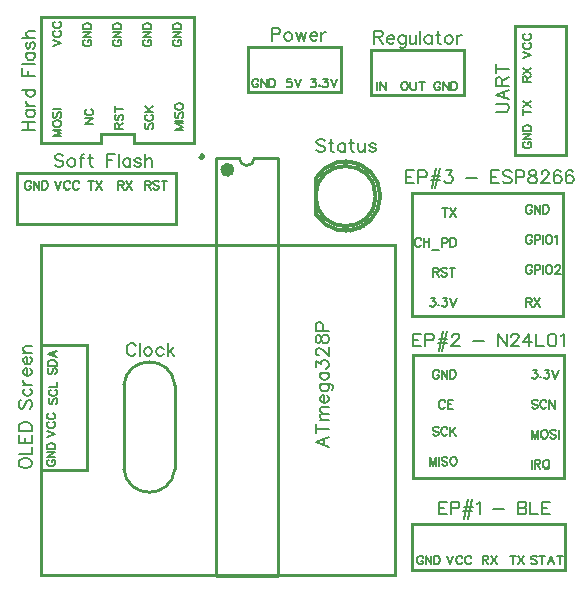
<source format=gto>
G04 Layer: TopSilkLayer*
G04 EasyEDA v5.9.42, Sun, 03 Mar 2019 13:32:01 GMT*
G04 8358539c5ca44937bce32fba3cbe82d4*
G04 Gerber Generator version 0.2*
G04 Scale: 100 percent, Rotated: No, Reflected: No *
G04 Dimensions in millimeters *
G04 leading zeros omitted , absolute positions ,3 integer and 3 decimal *
%FSLAX33Y33*%
%MOMM*%
G90*
G71D02*

%ADD10C,0.254000*%
%ADD15C,0.304516*%
%ADD16C,0.304521*%
%ADD17C,0.599999*%
%ADD18C,0.299999*%
%ADD19C,0.127000*%
%ADD20C,0.177800*%
%ADD21C,0.152000*%

%LPD*%
G54D15*
G01X26141Y35491D02*
G01X26141Y32504D01*
G54D10*
G01X14224Y17995D02*
G01X14224Y10883D01*
G01X9906Y17995D02*
G01X9906Y10883D01*
G01X20955Y37219D02*
G01X22970Y37219D01*
G01X22970Y1819D01*
G01X17669Y1819D01*
G01X17669Y37219D01*
G01X19685Y37219D01*
G54D19*
G01X26929Y38668D02*
G01X26824Y38773D01*
G01X26670Y38823D01*
G01X26461Y38823D01*
G01X26306Y38773D01*
G01X26202Y38668D01*
G01X26202Y38564D01*
G01X26253Y38460D01*
G01X26306Y38409D01*
G01X26410Y38356D01*
G01X26723Y38252D01*
G01X26824Y38201D01*
G01X26878Y38150D01*
G01X26929Y38046D01*
G01X26929Y37889D01*
G01X26824Y37785D01*
G01X26670Y37734D01*
G01X26461Y37734D01*
G01X26306Y37785D01*
G01X26202Y37889D01*
G01X27429Y38823D02*
G01X27429Y37942D01*
G01X27480Y37785D01*
G01X27584Y37734D01*
G01X27688Y37734D01*
G01X27271Y38460D02*
G01X27637Y38460D01*
G01X28653Y38460D02*
G01X28653Y37734D01*
G01X28653Y38305D02*
G01X28552Y38409D01*
G01X28448Y38460D01*
G01X28290Y38460D01*
G01X28186Y38409D01*
G01X28082Y38305D01*
G01X28031Y38150D01*
G01X28031Y38046D01*
G01X28082Y37889D01*
G01X28186Y37785D01*
G01X28290Y37734D01*
G01X28448Y37734D01*
G01X28552Y37785D01*
G01X28653Y37889D01*
G01X29154Y38823D02*
G01X29154Y37942D01*
G01X29204Y37785D01*
G01X29309Y37734D01*
G01X29413Y37734D01*
G01X28996Y38460D02*
G01X29362Y38460D01*
G01X29756Y38460D02*
G01X29756Y37942D01*
G01X29809Y37785D01*
G01X29911Y37734D01*
G01X30068Y37734D01*
G01X30172Y37785D01*
G01X30327Y37942D01*
G01X30327Y38460D02*
G01X30327Y37734D01*
G01X31242Y38305D02*
G01X31191Y38409D01*
G01X31033Y38460D01*
G01X30878Y38460D01*
G01X30723Y38409D01*
G01X30670Y38305D01*
G01X30723Y38201D01*
G01X30825Y38150D01*
G01X31087Y38097D01*
G01X31191Y38046D01*
G01X31242Y37942D01*
G01X31242Y37889D01*
G01X31191Y37785D01*
G01X31033Y37734D01*
G01X30878Y37734D01*
G01X30723Y37785D01*
G01X30670Y37889D01*
G01X10939Y21292D02*
G01X10886Y21396D01*
G01X10782Y21501D01*
G01X10680Y21551D01*
G01X10472Y21551D01*
G01X10368Y21501D01*
G01X10264Y21396D01*
G01X10210Y21292D01*
G01X10160Y21137D01*
G01X10160Y20878D01*
G01X10210Y20721D01*
G01X10264Y20617D01*
G01X10368Y20513D01*
G01X10472Y20462D01*
G01X10680Y20462D01*
G01X10782Y20513D01*
G01X10886Y20617D01*
G01X10939Y20721D01*
G01X11282Y21551D02*
G01X11282Y20462D01*
G01X11884Y21188D02*
G01X11780Y21137D01*
G01X11676Y21033D01*
G01X11625Y20878D01*
G01X11625Y20774D01*
G01X11676Y20617D01*
G01X11780Y20513D01*
G01X11884Y20462D01*
G01X12039Y20462D01*
G01X12143Y20513D01*
G01X12247Y20617D01*
G01X12301Y20774D01*
G01X12301Y20878D01*
G01X12247Y21033D01*
G01X12143Y21137D01*
G01X12039Y21188D01*
G01X11884Y21188D01*
G01X13266Y21033D02*
G01X13162Y21137D01*
G01X13058Y21188D01*
G01X12903Y21188D01*
G01X12799Y21137D01*
G01X12694Y21033D01*
G01X12644Y20878D01*
G01X12644Y20774D01*
G01X12694Y20617D01*
G01X12799Y20513D01*
G01X12903Y20462D01*
G01X13058Y20462D01*
G01X13162Y20513D01*
G01X13266Y20617D01*
G01X13609Y21551D02*
G01X13609Y20462D01*
G01X14130Y21188D02*
G01X13609Y20670D01*
G01X13817Y20878D02*
G01X14180Y20462D01*
G01X26162Y13180D02*
G01X27251Y12763D01*
G01X26162Y13180D02*
G01X27251Y13594D01*
G01X26888Y12918D02*
G01X26888Y13439D01*
G01X26162Y14300D02*
G01X27251Y14300D01*
G01X26162Y13936D02*
G01X26162Y14665D01*
G01X26525Y15008D02*
G01X27251Y15008D01*
G01X26733Y15008D02*
G01X26576Y15163D01*
G01X26525Y15267D01*
G01X26525Y15422D01*
G01X26576Y15526D01*
G01X26733Y15580D01*
G01X27251Y15580D01*
G01X26733Y15580D02*
G01X26576Y15735D01*
G01X26525Y15839D01*
G01X26525Y15994D01*
G01X26576Y16098D01*
G01X26733Y16151D01*
G01X27251Y16151D01*
G01X26835Y16494D02*
G01X26835Y17117D01*
G01X26733Y17117D01*
G01X26629Y17066D01*
G01X26576Y17012D01*
G01X26525Y16908D01*
G01X26525Y16753D01*
G01X26576Y16649D01*
G01X26680Y16545D01*
G01X26835Y16494D01*
G01X26939Y16494D01*
G01X27096Y16545D01*
G01X27200Y16649D01*
G01X27251Y16753D01*
G01X27251Y16908D01*
G01X27200Y17012D01*
G01X27096Y17117D01*
G01X26525Y18084D02*
G01X27355Y18084D01*
G01X27510Y18031D01*
G01X27564Y17980D01*
G01X27614Y17876D01*
G01X27614Y17719D01*
G01X27564Y17614D01*
G01X26680Y18084D02*
G01X26576Y17980D01*
G01X26525Y17876D01*
G01X26525Y17719D01*
G01X26576Y17614D01*
G01X26680Y17513D01*
G01X26835Y17459D01*
G01X26939Y17459D01*
G01X27096Y17513D01*
G01X27200Y17614D01*
G01X27251Y17719D01*
G01X27251Y17876D01*
G01X27200Y17980D01*
G01X27096Y18084D01*
G01X26525Y19049D02*
G01X27251Y19049D01*
G01X26680Y19049D02*
G01X26576Y18945D01*
G01X26525Y18841D01*
G01X26525Y18686D01*
G01X26576Y18582D01*
G01X26680Y18478D01*
G01X26835Y18427D01*
G01X26939Y18427D01*
G01X27096Y18478D01*
G01X27200Y18582D01*
G01X27251Y18686D01*
G01X27251Y18841D01*
G01X27200Y18945D01*
G01X27096Y19049D01*
G01X26162Y19497D02*
G01X26162Y20068D01*
G01X26576Y19756D01*
G01X26576Y19913D01*
G01X26629Y20015D01*
G01X26680Y20068D01*
G01X26835Y20119D01*
G01X26939Y20119D01*
G01X27096Y20068D01*
G01X27200Y19964D01*
G01X27251Y19809D01*
G01X27251Y19651D01*
G01X27200Y19497D01*
G01X27147Y19443D01*
G01X27043Y19392D01*
G01X26421Y20515D02*
G01X26367Y20515D01*
G01X26263Y20566D01*
G01X26212Y20619D01*
G01X26162Y20723D01*
G01X26162Y20929D01*
G01X26212Y21033D01*
G01X26263Y21087D01*
G01X26367Y21137D01*
G01X26471Y21137D01*
G01X26576Y21087D01*
G01X26733Y20982D01*
G01X27251Y20462D01*
G01X27251Y21191D01*
G01X26162Y21793D02*
G01X26212Y21638D01*
G01X26316Y21584D01*
G01X26421Y21584D01*
G01X26525Y21638D01*
G01X26576Y21742D01*
G01X26629Y21948D01*
G01X26680Y22105D01*
G01X26784Y22209D01*
G01X26888Y22260D01*
G01X27043Y22260D01*
G01X27147Y22209D01*
G01X27200Y22156D01*
G01X27251Y22001D01*
G01X27251Y21793D01*
G01X27200Y21638D01*
G01X27147Y21584D01*
G01X27043Y21534D01*
G01X26888Y21534D01*
G01X26784Y21584D01*
G01X26680Y21689D01*
G01X26629Y21843D01*
G01X26576Y22052D01*
G01X26525Y22156D01*
G01X26421Y22209D01*
G01X26316Y22209D01*
G01X26212Y22156D01*
G01X26162Y22001D01*
G01X26162Y21793D01*
G01X26162Y22603D02*
G01X27251Y22603D01*
G01X26162Y22603D02*
G01X26162Y23070D01*
G01X26212Y23228D01*
G01X26263Y23279D01*
G01X26367Y23329D01*
G01X26525Y23329D01*
G01X26629Y23279D01*
G01X26680Y23228D01*
G01X26733Y23070D01*
G01X26733Y22603D01*
G54D20*
G01X41389Y41103D02*
G01X42166Y41103D01*
G01X42324Y41156D01*
G01X42428Y41261D01*
G01X42479Y41415D01*
G01X42479Y41520D01*
G01X42428Y41675D01*
G01X42324Y41779D01*
G01X42166Y41832D01*
G01X41389Y41832D01*
G01X41389Y42589D02*
G01X42479Y42175D01*
G01X41389Y42589D02*
G01X42479Y43006D01*
G01X42115Y42330D02*
G01X42115Y42851D01*
G01X41389Y43348D02*
G01X42479Y43348D01*
G01X41389Y43348D02*
G01X41389Y43816D01*
G01X41440Y43973D01*
G01X41490Y44024D01*
G01X41595Y44075D01*
G01X41699Y44075D01*
G01X41803Y44024D01*
G01X41856Y43973D01*
G01X41907Y43816D01*
G01X41907Y43348D01*
G01X41907Y43712D02*
G01X42479Y44075D01*
G01X41389Y44784D02*
G01X42479Y44784D01*
G01X41389Y44418D02*
G01X41389Y45147D01*
G54D21*
G01X43848Y38573D02*
G01X43779Y38538D01*
G01X43708Y38469D01*
G01X43675Y38401D01*
G01X43675Y38263D01*
G01X43708Y38192D01*
G01X43779Y38124D01*
G01X43848Y38091D01*
G01X43952Y38055D01*
G01X44124Y38055D01*
G01X44226Y38091D01*
G01X44297Y38124D01*
G01X44366Y38192D01*
G01X44399Y38263D01*
G01X44399Y38401D01*
G01X44366Y38469D01*
G01X44297Y38538D01*
G01X44226Y38573D01*
G01X44124Y38573D01*
G01X44124Y38401D02*
G01X44124Y38573D01*
G01X43675Y38802D02*
G01X44399Y38802D01*
G01X43675Y38802D02*
G01X44399Y39284D01*
G01X43675Y39284D02*
G01X44399Y39284D01*
G01X43675Y39513D02*
G01X44399Y39513D01*
G01X43675Y39513D02*
G01X43675Y39754D01*
G01X43708Y39858D01*
G01X43779Y39927D01*
G01X43848Y39963D01*
G01X43952Y39996D01*
G01X44124Y39996D01*
G01X44226Y39963D01*
G01X44297Y39927D01*
G01X44366Y39858D01*
G01X44399Y39754D01*
G01X44399Y39513D01*
G01X43675Y45675D02*
G01X44399Y45952D01*
G01X43675Y46229D02*
G01X44399Y45952D01*
G01X43848Y46973D02*
G01X43779Y46940D01*
G01X43708Y46871D01*
G01X43675Y46800D01*
G01X43675Y46663D01*
G01X43708Y46595D01*
G01X43779Y46526D01*
G01X43848Y46490D01*
G01X43952Y46455D01*
G01X44124Y46455D01*
G01X44226Y46490D01*
G01X44297Y46526D01*
G01X44366Y46595D01*
G01X44399Y46663D01*
G01X44399Y46800D01*
G01X44366Y46871D01*
G01X44297Y46940D01*
G01X44226Y46973D01*
G01X43848Y47720D02*
G01X43779Y47687D01*
G01X43708Y47616D01*
G01X43675Y47547D01*
G01X43675Y47410D01*
G01X43708Y47341D01*
G01X43779Y47270D01*
G01X43848Y47237D01*
G01X43952Y47202D01*
G01X44124Y47202D01*
G01X44226Y47237D01*
G01X44297Y47270D01*
G01X44366Y47341D01*
G01X44399Y47410D01*
G01X44399Y47547D01*
G01X44366Y47616D01*
G01X44297Y47687D01*
G01X44226Y47720D01*
G01X43675Y41090D02*
G01X44399Y41090D01*
G01X43675Y40849D02*
G01X43675Y41332D01*
G01X43675Y41560D02*
G01X44399Y42045D01*
G01X43675Y42045D02*
G01X44399Y41560D01*
G01X43675Y43643D02*
G01X44399Y43643D01*
G01X43675Y43643D02*
G01X43675Y43953D01*
G01X43708Y44057D01*
G01X43743Y44093D01*
G01X43812Y44126D01*
G01X43881Y44126D01*
G01X43952Y44093D01*
G01X43985Y44057D01*
G01X44020Y43953D01*
G01X44020Y43643D01*
G01X44020Y43884D02*
G01X44399Y44126D01*
G01X43675Y44354D02*
G01X44399Y44839D01*
G01X43675Y44839D02*
G01X44399Y44354D01*
G54D20*
G01X36576Y8135D02*
G01X36576Y7045D01*
G01X36576Y8135D02*
G01X37251Y8135D01*
G01X36576Y7617D02*
G01X36992Y7617D01*
G01X36576Y7045D02*
G01X37251Y7045D01*
G01X37594Y8135D02*
G01X37594Y7045D01*
G01X37594Y8135D02*
G01X38061Y8135D01*
G01X38216Y8084D01*
G01X38270Y8034D01*
G01X38320Y7929D01*
G01X38320Y7772D01*
G01X38270Y7668D01*
G01X38216Y7617D01*
G01X38061Y7564D01*
G01X37594Y7564D01*
G01X39080Y8343D02*
G01X38717Y6682D01*
G01X39392Y8343D02*
G01X39027Y6682D01*
G01X38717Y7668D02*
G01X39443Y7668D01*
G01X38663Y7358D02*
G01X39392Y7358D01*
G01X39786Y7929D02*
G01X39890Y7980D01*
G01X40045Y8135D01*
G01X40045Y7045D01*
G01X41188Y7513D02*
G01X42125Y7513D01*
G01X43268Y8135D02*
G01X43268Y7045D01*
G01X43268Y8135D02*
G01X43736Y8135D01*
G01X43891Y8084D01*
G01X43942Y8034D01*
G01X43995Y7929D01*
G01X43995Y7825D01*
G01X43942Y7721D01*
G01X43891Y7668D01*
G01X43736Y7617D01*
G01X43268Y7617D02*
G01X43736Y7617D01*
G01X43891Y7564D01*
G01X43942Y7513D01*
G01X43995Y7409D01*
G01X43995Y7254D01*
G01X43942Y7150D01*
G01X43891Y7096D01*
G01X43736Y7045D01*
G01X43268Y7045D01*
G01X44338Y8135D02*
G01X44338Y7045D01*
G01X44338Y7045D02*
G01X44960Y7045D01*
G01X45303Y8135D02*
G01X45303Y7045D01*
G01X45303Y8135D02*
G01X45979Y8135D01*
G01X45303Y7617D02*
G01X45720Y7617D01*
G01X45303Y7045D02*
G01X45979Y7045D01*
G54D21*
G01X35242Y3380D02*
G01X35206Y3449D01*
G01X35138Y3520D01*
G01X35069Y3553D01*
G01X34932Y3553D01*
G01X34861Y3520D01*
G01X34792Y3449D01*
G01X34759Y3380D01*
G01X34724Y3276D01*
G01X34724Y3103D01*
G01X34759Y3002D01*
G01X34792Y2931D01*
G01X34861Y2862D01*
G01X34932Y2829D01*
G01X35069Y2829D01*
G01X35138Y2862D01*
G01X35206Y2931D01*
G01X35242Y3002D01*
G01X35242Y3103D01*
G01X35069Y3103D02*
G01X35242Y3103D01*
G01X35471Y3553D02*
G01X35471Y2829D01*
G01X35471Y3553D02*
G01X35953Y2829D01*
G01X35953Y3553D02*
G01X35953Y2829D01*
G01X36182Y3553D02*
G01X36182Y2829D01*
G01X36182Y3553D02*
G01X36423Y3553D01*
G01X36527Y3520D01*
G01X36596Y3449D01*
G01X36631Y3380D01*
G01X36664Y3276D01*
G01X36664Y3103D01*
G01X36631Y3002D01*
G01X36596Y2931D01*
G01X36527Y2862D01*
G01X36423Y2829D01*
G01X36182Y2829D01*
G01X37264Y3553D02*
G01X37541Y2829D01*
G01X37818Y3553D02*
G01X37541Y2829D01*
G01X38562Y3380D02*
G01X38529Y3449D01*
G01X38460Y3520D01*
G01X38389Y3553D01*
G01X38252Y3553D01*
G01X38183Y3520D01*
G01X38115Y3449D01*
G01X38079Y3380D01*
G01X38044Y3276D01*
G01X38044Y3103D01*
G01X38079Y3002D01*
G01X38115Y2931D01*
G01X38183Y2862D01*
G01X38252Y2829D01*
G01X38389Y2829D01*
G01X38460Y2862D01*
G01X38529Y2931D01*
G01X38562Y3002D01*
G01X39308Y3380D02*
G01X39275Y3449D01*
G01X39204Y3520D01*
G01X39136Y3553D01*
G01X38999Y3553D01*
G01X38930Y3520D01*
G01X38859Y3449D01*
G01X38826Y3380D01*
G01X38790Y3276D01*
G01X38790Y3103D01*
G01X38826Y3002D01*
G01X38859Y2931D01*
G01X38930Y2862D01*
G01X38999Y2829D01*
G01X39136Y2829D01*
G01X39204Y2862D01*
G01X39275Y2931D01*
G01X39308Y3002D01*
G01X40279Y3553D02*
G01X40279Y2829D01*
G01X40279Y3553D02*
G01X40589Y3553D01*
G01X40693Y3520D01*
G01X40728Y3484D01*
G01X40761Y3416D01*
G01X40761Y3347D01*
G01X40728Y3276D01*
G01X40693Y3243D01*
G01X40589Y3208D01*
G01X40279Y3208D01*
G01X40520Y3208D02*
G01X40761Y2829D01*
G01X40990Y3553D02*
G01X41475Y2829D01*
G01X41475Y3553D02*
G01X40990Y2829D01*
G01X42839Y3553D02*
G01X42839Y2829D01*
G01X42598Y3553D02*
G01X43080Y3553D01*
G01X43309Y3553D02*
G01X43794Y2829D01*
G01X43794Y3553D02*
G01X43309Y2829D01*
G01X44858Y3449D02*
G01X44790Y3520D01*
G01X44686Y3553D01*
G01X44549Y3553D01*
G01X44444Y3520D01*
G01X44376Y3449D01*
G01X44376Y3380D01*
G01X44411Y3312D01*
G01X44444Y3276D01*
G01X44513Y3243D01*
G01X44721Y3175D01*
G01X44790Y3139D01*
G01X44825Y3103D01*
G01X44858Y3035D01*
G01X44858Y2931D01*
G01X44790Y2862D01*
G01X44686Y2829D01*
G01X44549Y2829D01*
G01X44444Y2862D01*
G01X44376Y2931D01*
G01X45328Y3553D02*
G01X45328Y2829D01*
G01X45087Y3553D02*
G01X45572Y3553D01*
G01X46075Y3553D02*
G01X45798Y2829D01*
G01X46075Y3553D02*
G01X46352Y2829D01*
G01X45902Y3070D02*
G01X46248Y3070D01*
G01X46822Y3553D02*
G01X46822Y2829D01*
G01X46581Y3553D02*
G01X47063Y3553D01*
G54D20*
G01X33832Y36167D02*
G01X33832Y35077D01*
G01X33832Y36167D02*
G01X34508Y36167D01*
G01X33832Y35648D02*
G01X34249Y35648D01*
G01X33832Y35077D02*
G01X34508Y35077D01*
G01X34851Y36167D02*
G01X34851Y35077D01*
G01X34851Y36167D02*
G01X35318Y36167D01*
G01X35473Y36116D01*
G01X35526Y36062D01*
G01X35577Y35961D01*
G01X35577Y35803D01*
G01X35526Y35699D01*
G01X35473Y35648D01*
G01X35318Y35595D01*
G01X34851Y35595D01*
G01X36337Y36375D02*
G01X35974Y34714D01*
G01X36649Y36375D02*
G01X36283Y34714D01*
G01X35974Y35699D02*
G01X36700Y35699D01*
G01X35920Y35389D02*
G01X36649Y35389D01*
G01X37147Y36167D02*
G01X37719Y36167D01*
G01X37406Y35753D01*
G01X37564Y35753D01*
G01X37668Y35699D01*
G01X37719Y35648D01*
G01X37769Y35491D01*
G01X37769Y35389D01*
G01X37719Y35232D01*
G01X37614Y35128D01*
G01X37459Y35077D01*
G01X37302Y35077D01*
G01X37147Y35128D01*
G01X37096Y35181D01*
G01X37043Y35285D01*
G01X38912Y35544D02*
G01X39850Y35544D01*
G01X40993Y36167D02*
G01X40993Y35077D01*
G01X40993Y36167D02*
G01X41668Y36167D01*
G01X40993Y35648D02*
G01X41407Y35648D01*
G01X40993Y35077D02*
G01X41668Y35077D01*
G01X42738Y36012D02*
G01X42633Y36116D01*
G01X42478Y36167D01*
G01X42270Y36167D01*
G01X42113Y36116D01*
G01X42011Y36012D01*
G01X42011Y35907D01*
G01X42062Y35803D01*
G01X42113Y35753D01*
G01X42217Y35699D01*
G01X42529Y35595D01*
G01X42633Y35544D01*
G01X42684Y35491D01*
G01X42738Y35389D01*
G01X42738Y35232D01*
G01X42633Y35128D01*
G01X42478Y35077D01*
G01X42270Y35077D01*
G01X42113Y35128D01*
G01X42011Y35232D01*
G01X43080Y36167D02*
G01X43080Y35077D01*
G01X43080Y36167D02*
G01X43548Y36167D01*
G01X43703Y36116D01*
G01X43756Y36062D01*
G01X43807Y35961D01*
G01X43807Y35803D01*
G01X43756Y35699D01*
G01X43703Y35648D01*
G01X43548Y35595D01*
G01X43080Y35595D01*
G01X44411Y36167D02*
G01X44254Y36116D01*
G01X44203Y36012D01*
G01X44203Y35907D01*
G01X44254Y35803D01*
G01X44358Y35753D01*
G01X44566Y35699D01*
G01X44721Y35648D01*
G01X44825Y35544D01*
G01X44879Y35440D01*
G01X44879Y35285D01*
G01X44825Y35181D01*
G01X44775Y35128D01*
G01X44617Y35077D01*
G01X44411Y35077D01*
G01X44254Y35128D01*
G01X44203Y35181D01*
G01X44150Y35285D01*
G01X44150Y35440D01*
G01X44203Y35544D01*
G01X44307Y35648D01*
G01X44462Y35699D01*
G01X44670Y35753D01*
G01X44775Y35803D01*
G01X44825Y35907D01*
G01X44825Y36012D01*
G01X44775Y36116D01*
G01X44617Y36167D01*
G01X44411Y36167D01*
G01X45272Y35907D02*
G01X45272Y35961D01*
G01X45326Y36062D01*
G01X45377Y36116D01*
G01X45481Y36167D01*
G01X45689Y36167D01*
G01X45793Y36116D01*
G01X45844Y36062D01*
G01X45897Y35961D01*
G01X45897Y35857D01*
G01X45844Y35753D01*
G01X45740Y35595D01*
G01X45222Y35077D01*
G01X45948Y35077D01*
G01X46913Y36012D02*
G01X46863Y36116D01*
G01X46708Y36167D01*
G01X46603Y36167D01*
G01X46446Y36116D01*
G01X46342Y35961D01*
G01X46291Y35699D01*
G01X46291Y35440D01*
G01X46342Y35232D01*
G01X46446Y35128D01*
G01X46603Y35077D01*
G01X46654Y35077D01*
G01X46812Y35128D01*
G01X46913Y35232D01*
G01X46967Y35389D01*
G01X46967Y35440D01*
G01X46913Y35595D01*
G01X46812Y35699D01*
G01X46654Y35753D01*
G01X46603Y35753D01*
G01X46446Y35699D01*
G01X46342Y35595D01*
G01X46291Y35440D01*
G01X47932Y36012D02*
G01X47881Y36116D01*
G01X47726Y36167D01*
G01X47622Y36167D01*
G01X47464Y36116D01*
G01X47360Y35961D01*
G01X47310Y35699D01*
G01X47310Y35440D01*
G01X47360Y35232D01*
G01X47464Y35128D01*
G01X47622Y35077D01*
G01X47673Y35077D01*
G01X47828Y35128D01*
G01X47932Y35232D01*
G01X47985Y35389D01*
G01X47985Y35440D01*
G01X47932Y35595D01*
G01X47828Y35699D01*
G01X47673Y35753D01*
G01X47622Y35753D01*
G01X47464Y35699D01*
G01X47360Y35595D01*
G01X47310Y35440D01*
G54D21*
G01X37071Y32981D02*
G01X37071Y32258D01*
G01X36829Y32981D02*
G01X37312Y32981D01*
G01X37541Y32981D02*
G01X38026Y32258D01*
G01X38026Y32981D02*
G01X37541Y32258D01*
G01X35062Y30269D02*
G01X35026Y30337D01*
G01X34957Y30408D01*
G01X34889Y30441D01*
G01X34752Y30441D01*
G01X34681Y30408D01*
G01X34612Y30337D01*
G01X34579Y30269D01*
G01X34543Y30165D01*
G01X34543Y29992D01*
G01X34579Y29890D01*
G01X34612Y29819D01*
G01X34681Y29751D01*
G01X34752Y29718D01*
G01X34889Y29718D01*
G01X34957Y29751D01*
G01X35026Y29819D01*
G01X35062Y29890D01*
G01X35290Y30441D02*
G01X35290Y29718D01*
G01X35773Y30441D02*
G01X35773Y29718D01*
G01X35290Y30096D02*
G01X35773Y30096D01*
G01X36001Y29474D02*
G01X36624Y29474D01*
G01X36852Y30441D02*
G01X36852Y29718D01*
G01X36852Y30441D02*
G01X37162Y30441D01*
G01X37266Y30408D01*
G01X37299Y30373D01*
G01X37335Y30304D01*
G01X37335Y30200D01*
G01X37299Y30132D01*
G01X37266Y30096D01*
G01X37162Y30063D01*
G01X36852Y30063D01*
G01X37564Y30441D02*
G01X37564Y29718D01*
G01X37564Y30441D02*
G01X37805Y30441D01*
G01X37909Y30408D01*
G01X37978Y30337D01*
G01X38011Y30269D01*
G01X38046Y30165D01*
G01X38046Y29992D01*
G01X38011Y29890D01*
G01X37978Y29819D01*
G01X37909Y29751D01*
G01X37805Y29718D01*
G01X37564Y29718D01*
G01X36067Y27901D02*
G01X36067Y27178D01*
G01X36067Y27901D02*
G01X36377Y27901D01*
G01X36481Y27868D01*
G01X36517Y27833D01*
G01X36550Y27764D01*
G01X36550Y27696D01*
G01X36517Y27625D01*
G01X36481Y27592D01*
G01X36377Y27556D01*
G01X36067Y27556D01*
G01X36309Y27556D02*
G01X36550Y27178D01*
G01X37264Y27797D02*
G01X37193Y27868D01*
G01X37091Y27901D01*
G01X36951Y27901D01*
G01X36847Y27868D01*
G01X36779Y27797D01*
G01X36779Y27729D01*
G01X36814Y27660D01*
G01X36847Y27625D01*
G01X36918Y27592D01*
G01X37124Y27523D01*
G01X37193Y27487D01*
G01X37228Y27452D01*
G01X37264Y27383D01*
G01X37264Y27279D01*
G01X37193Y27211D01*
G01X37091Y27178D01*
G01X36951Y27178D01*
G01X36847Y27211D01*
G01X36779Y27279D01*
G01X37734Y27901D02*
G01X37734Y27178D01*
G01X37490Y27901D02*
G01X37975Y27901D01*
G01X35882Y25361D02*
G01X36260Y25361D01*
G01X36055Y25085D01*
G01X36159Y25085D01*
G01X36227Y25051D01*
G01X36260Y25016D01*
G01X36296Y24912D01*
G01X36296Y24843D01*
G01X36260Y24739D01*
G01X36192Y24670D01*
G01X36088Y24637D01*
G01X35986Y24637D01*
G01X35882Y24670D01*
G01X35846Y24706D01*
G01X35813Y24775D01*
G01X36558Y24810D02*
G01X36525Y24775D01*
G01X36558Y24739D01*
G01X36593Y24775D01*
G01X36558Y24810D01*
G01X36890Y25361D02*
G01X37269Y25361D01*
G01X37063Y25085D01*
G01X37167Y25085D01*
G01X37236Y25051D01*
G01X37269Y25016D01*
G01X37304Y24912D01*
G01X37304Y24843D01*
G01X37269Y24739D01*
G01X37200Y24670D01*
G01X37096Y24637D01*
G01X36995Y24637D01*
G01X36890Y24670D01*
G01X36855Y24706D01*
G01X36822Y24775D01*
G01X37533Y25361D02*
G01X37810Y24637D01*
G01X38084Y25361D02*
G01X37810Y24637D01*
G01X44460Y33063D02*
G01X44424Y33131D01*
G01X44355Y33202D01*
G01X44287Y33235D01*
G01X44150Y33235D01*
G01X44079Y33202D01*
G01X44010Y33131D01*
G01X43977Y33063D01*
G01X43941Y32959D01*
G01X43941Y32786D01*
G01X43977Y32684D01*
G01X44010Y32613D01*
G01X44079Y32544D01*
G01X44150Y32511D01*
G01X44287Y32511D01*
G01X44355Y32544D01*
G01X44424Y32613D01*
G01X44460Y32684D01*
G01X44460Y32786D01*
G01X44287Y32786D02*
G01X44460Y32786D01*
G01X44688Y33235D02*
G01X44688Y32511D01*
G01X44688Y33235D02*
G01X45171Y32511D01*
G01X45171Y33235D02*
G01X45171Y32511D01*
G01X45399Y33235D02*
G01X45399Y32511D01*
G01X45399Y33235D02*
G01X45641Y33235D01*
G01X45745Y33202D01*
G01X45813Y33131D01*
G01X45849Y33063D01*
G01X45882Y32959D01*
G01X45882Y32786D01*
G01X45849Y32684D01*
G01X45813Y32613D01*
G01X45745Y32544D01*
G01X45641Y32511D01*
G01X45399Y32511D01*
G01X44460Y30523D02*
G01X44424Y30591D01*
G01X44355Y30662D01*
G01X44287Y30695D01*
G01X44150Y30695D01*
G01X44079Y30662D01*
G01X44010Y30591D01*
G01X43977Y30523D01*
G01X43941Y30419D01*
G01X43941Y30246D01*
G01X43977Y30144D01*
G01X44010Y30073D01*
G01X44079Y30004D01*
G01X44150Y29971D01*
G01X44287Y29971D01*
G01X44355Y30004D01*
G01X44424Y30073D01*
G01X44460Y30144D01*
G01X44460Y30246D01*
G01X44287Y30246D02*
G01X44460Y30246D01*
G01X44688Y30695D02*
G01X44688Y29971D01*
G01X44688Y30695D02*
G01X44998Y30695D01*
G01X45102Y30662D01*
G01X45138Y30627D01*
G01X45171Y30558D01*
G01X45171Y30454D01*
G01X45138Y30385D01*
G01X45102Y30350D01*
G01X44998Y30317D01*
G01X44688Y30317D01*
G01X45399Y30695D02*
G01X45399Y29971D01*
G01X45834Y30695D02*
G01X45765Y30662D01*
G01X45697Y30591D01*
G01X45661Y30523D01*
G01X45628Y30419D01*
G01X45628Y30246D01*
G01X45661Y30144D01*
G01X45697Y30073D01*
G01X45765Y30004D01*
G01X45834Y29971D01*
G01X45973Y29971D01*
G01X46042Y30004D01*
G01X46111Y30073D01*
G01X46146Y30144D01*
G01X46179Y30246D01*
G01X46179Y30419D01*
G01X46146Y30523D01*
G01X46111Y30591D01*
G01X46042Y30662D01*
G01X45973Y30695D01*
G01X45834Y30695D01*
G01X46408Y30558D02*
G01X46476Y30591D01*
G01X46581Y30695D01*
G01X46581Y29971D01*
G01X44460Y27983D02*
G01X44424Y28051D01*
G01X44355Y28122D01*
G01X44287Y28155D01*
G01X44150Y28155D01*
G01X44079Y28122D01*
G01X44010Y28051D01*
G01X43977Y27983D01*
G01X43941Y27879D01*
G01X43941Y27706D01*
G01X43977Y27604D01*
G01X44010Y27533D01*
G01X44079Y27464D01*
G01X44150Y27431D01*
G01X44287Y27431D01*
G01X44355Y27464D01*
G01X44424Y27533D01*
G01X44460Y27604D01*
G01X44460Y27706D01*
G01X44287Y27706D02*
G01X44460Y27706D01*
G01X44688Y28155D02*
G01X44688Y27431D01*
G01X44688Y28155D02*
G01X44998Y28155D01*
G01X45102Y28122D01*
G01X45138Y28087D01*
G01X45171Y28018D01*
G01X45171Y27914D01*
G01X45138Y27845D01*
G01X45102Y27810D01*
G01X44998Y27777D01*
G01X44688Y27777D01*
G01X45399Y28155D02*
G01X45399Y27431D01*
G01X45834Y28155D02*
G01X45765Y28122D01*
G01X45697Y28051D01*
G01X45661Y27983D01*
G01X45628Y27879D01*
G01X45628Y27706D01*
G01X45661Y27604D01*
G01X45697Y27533D01*
G01X45765Y27464D01*
G01X45834Y27431D01*
G01X45973Y27431D01*
G01X46042Y27464D01*
G01X46111Y27533D01*
G01X46146Y27604D01*
G01X46179Y27706D01*
G01X46179Y27879D01*
G01X46146Y27983D01*
G01X46111Y28051D01*
G01X46042Y28122D01*
G01X45973Y28155D01*
G01X45834Y28155D01*
G01X46443Y27983D02*
G01X46443Y28018D01*
G01X46476Y28087D01*
G01X46512Y28122D01*
G01X46581Y28155D01*
G01X46718Y28155D01*
G01X46789Y28122D01*
G01X46822Y28087D01*
G01X46857Y28018D01*
G01X46857Y27950D01*
G01X46822Y27879D01*
G01X46753Y27777D01*
G01X46408Y27431D01*
G01X46890Y27431D01*
G01X43941Y25361D02*
G01X43941Y24638D01*
G01X43941Y25361D02*
G01X44251Y25361D01*
G01X44355Y25328D01*
G01X44391Y25293D01*
G01X44424Y25224D01*
G01X44424Y25156D01*
G01X44391Y25085D01*
G01X44355Y25052D01*
G01X44251Y25016D01*
G01X43941Y25016D01*
G01X44183Y25016D02*
G01X44424Y24638D01*
G01X44653Y25361D02*
G01X45138Y24638D01*
G01X45138Y25361D02*
G01X44653Y24638D01*
G54D20*
G01X34422Y22357D02*
G01X34422Y21267D01*
G01X34422Y22357D02*
G01X35097Y22357D01*
G01X34422Y21838D02*
G01X34838Y21838D01*
G01X34422Y21267D02*
G01X35097Y21267D01*
G01X35440Y22357D02*
G01X35440Y21267D01*
G01X35440Y22357D02*
G01X35907Y22357D01*
G01X36062Y22306D01*
G01X36116Y22252D01*
G01X36167Y22151D01*
G01X36167Y21993D01*
G01X36116Y21889D01*
G01X36062Y21838D01*
G01X35907Y21785D01*
G01X35440Y21785D01*
G01X36926Y22565D02*
G01X36563Y20904D01*
G01X37238Y22565D02*
G01X36873Y20904D01*
G01X36563Y21889D02*
G01X37289Y21889D01*
G01X36509Y21579D02*
G01X37238Y21579D01*
G01X37685Y22098D02*
G01X37685Y22151D01*
G01X37736Y22252D01*
G01X37787Y22306D01*
G01X37891Y22357D01*
G01X38100Y22357D01*
G01X38204Y22306D01*
G01X38257Y22252D01*
G01X38308Y22151D01*
G01X38308Y22047D01*
G01X38257Y21943D01*
G01X38153Y21785D01*
G01X37632Y21267D01*
G01X38359Y21267D01*
G01X39502Y21734D02*
G01X40439Y21734D01*
G01X41582Y22357D02*
G01X41582Y21267D01*
G01X41582Y22357D02*
G01X42308Y21267D01*
G01X42308Y22357D02*
G01X42308Y21267D01*
G01X42702Y22098D02*
G01X42702Y22151D01*
G01X42755Y22252D01*
G01X42806Y22306D01*
G01X42910Y22357D01*
G01X43119Y22357D01*
G01X43223Y22306D01*
G01X43273Y22252D01*
G01X43327Y22151D01*
G01X43327Y22047D01*
G01X43273Y21943D01*
G01X43172Y21785D01*
G01X42651Y21267D01*
G01X43378Y21267D01*
G01X44241Y22357D02*
G01X43721Y21630D01*
G01X44500Y21630D01*
G01X44241Y22357D02*
G01X44241Y21267D01*
G01X44843Y22357D02*
G01X44843Y21267D01*
G01X44843Y21267D02*
G01X45468Y21267D01*
G01X46121Y22357D02*
G01X45966Y22306D01*
G01X45862Y22151D01*
G01X45811Y21889D01*
G01X45811Y21734D01*
G01X45862Y21475D01*
G01X45966Y21318D01*
G01X46121Y21267D01*
G01X46225Y21267D01*
G01X46382Y21318D01*
G01X46487Y21475D01*
G01X46537Y21734D01*
G01X46537Y21889D01*
G01X46487Y22151D01*
G01X46382Y22306D01*
G01X46225Y22357D01*
G01X46121Y22357D01*
G01X46880Y22151D02*
G01X46984Y22202D01*
G01X47139Y22357D01*
G01X47139Y21267D01*
G54D21*
G01X36586Y19093D02*
G01X36550Y19161D01*
G01X36482Y19232D01*
G01X36413Y19265D01*
G01X36276Y19265D01*
G01X36205Y19232D01*
G01X36136Y19161D01*
G01X36103Y19093D01*
G01X36068Y18989D01*
G01X36068Y18816D01*
G01X36103Y18714D01*
G01X36136Y18643D01*
G01X36205Y18575D01*
G01X36276Y18542D01*
G01X36413Y18542D01*
G01X36482Y18575D01*
G01X36550Y18643D01*
G01X36586Y18714D01*
G01X36586Y18816D01*
G01X36413Y18816D02*
G01X36586Y18816D01*
G01X36814Y19265D02*
G01X36814Y18542D01*
G01X36814Y19265D02*
G01X37297Y18542D01*
G01X37297Y19265D02*
G01X37297Y18542D01*
G01X37525Y19265D02*
G01X37525Y18542D01*
G01X37525Y19265D02*
G01X37767Y19265D01*
G01X37871Y19232D01*
G01X37939Y19161D01*
G01X37975Y19093D01*
G01X38008Y18989D01*
G01X38008Y18816D01*
G01X37975Y18714D01*
G01X37939Y18643D01*
G01X37871Y18575D01*
G01X37767Y18542D01*
G01X37525Y18542D01*
G01X37094Y16553D02*
G01X37058Y16621D01*
G01X36990Y16692D01*
G01X36921Y16725D01*
G01X36784Y16725D01*
G01X36713Y16692D01*
G01X36644Y16621D01*
G01X36611Y16553D01*
G01X36576Y16449D01*
G01X36576Y16276D01*
G01X36611Y16174D01*
G01X36644Y16103D01*
G01X36713Y16035D01*
G01X36784Y16002D01*
G01X36921Y16002D01*
G01X36990Y16035D01*
G01X37058Y16103D01*
G01X37094Y16174D01*
G01X37322Y16725D02*
G01X37322Y16002D01*
G01X37322Y16725D02*
G01X37772Y16725D01*
G01X37322Y16380D02*
G01X37599Y16380D01*
G01X37322Y16002D02*
G01X37772Y16002D01*
G01X36550Y14335D02*
G01X36482Y14406D01*
G01X36377Y14439D01*
G01X36240Y14439D01*
G01X36136Y14406D01*
G01X36068Y14335D01*
G01X36068Y14267D01*
G01X36103Y14198D01*
G01X36136Y14163D01*
G01X36205Y14130D01*
G01X36413Y14061D01*
G01X36482Y14025D01*
G01X36517Y13990D01*
G01X36550Y13921D01*
G01X36550Y13817D01*
G01X36482Y13749D01*
G01X36377Y13716D01*
G01X36240Y13716D01*
G01X36136Y13749D01*
G01X36068Y13817D01*
G01X37297Y14267D02*
G01X37264Y14335D01*
G01X37193Y14406D01*
G01X37124Y14439D01*
G01X36987Y14439D01*
G01X36918Y14406D01*
G01X36847Y14335D01*
G01X36814Y14267D01*
G01X36779Y14163D01*
G01X36779Y13990D01*
G01X36814Y13888D01*
G01X36847Y13817D01*
G01X36918Y13749D01*
G01X36987Y13716D01*
G01X37124Y13716D01*
G01X37193Y13749D01*
G01X37264Y13817D01*
G01X37297Y13888D01*
G01X37525Y14439D02*
G01X37525Y13716D01*
G01X38008Y14439D02*
G01X37525Y13957D01*
G01X37698Y14130D02*
G01X38008Y13716D01*
G01X35814Y11899D02*
G01X35814Y11176D01*
G01X35814Y11899D02*
G01X36090Y11176D01*
G01X36367Y11899D02*
G01X36090Y11176D01*
G01X36367Y11899D02*
G01X36367Y11176D01*
G01X36593Y11899D02*
G01X36593Y11176D01*
G01X37307Y11795D02*
G01X37236Y11866D01*
G01X37134Y11899D01*
G01X36995Y11899D01*
G01X36890Y11866D01*
G01X36822Y11795D01*
G01X36822Y11727D01*
G01X36857Y11658D01*
G01X36890Y11623D01*
G01X36962Y11590D01*
G01X37167Y11521D01*
G01X37236Y11485D01*
G01X37271Y11450D01*
G01X37307Y11381D01*
G01X37307Y11277D01*
G01X37236Y11209D01*
G01X37134Y11176D01*
G01X36995Y11176D01*
G01X36890Y11209D01*
G01X36822Y11277D01*
G01X37741Y11899D02*
G01X37673Y11866D01*
G01X37604Y11795D01*
G01X37569Y11727D01*
G01X37533Y11623D01*
G01X37533Y11450D01*
G01X37569Y11348D01*
G01X37604Y11277D01*
G01X37673Y11209D01*
G01X37741Y11176D01*
G01X37879Y11176D01*
G01X37950Y11209D01*
G01X38018Y11277D01*
G01X38051Y11348D01*
G01X38087Y11450D01*
G01X38087Y11623D01*
G01X38051Y11727D01*
G01X38018Y11795D01*
G01X37950Y11866D01*
G01X37879Y11899D01*
G01X37741Y11899D01*
G01X44521Y19265D02*
G01X44899Y19265D01*
G01X44693Y18989D01*
G01X44795Y18989D01*
G01X44866Y18956D01*
G01X44899Y18920D01*
G01X44935Y18816D01*
G01X44935Y18747D01*
G01X44899Y18643D01*
G01X44831Y18575D01*
G01X44726Y18542D01*
G01X44622Y18542D01*
G01X44521Y18575D01*
G01X44485Y18610D01*
G01X44450Y18679D01*
G01X45196Y18714D02*
G01X45163Y18679D01*
G01X45196Y18643D01*
G01X45232Y18679D01*
G01X45196Y18714D01*
G01X45529Y19265D02*
G01X45907Y19265D01*
G01X45702Y18989D01*
G01X45806Y18989D01*
G01X45874Y18956D01*
G01X45907Y18920D01*
G01X45943Y18816D01*
G01X45943Y18747D01*
G01X45907Y18643D01*
G01X45839Y18575D01*
G01X45735Y18542D01*
G01X45633Y18542D01*
G01X45529Y18575D01*
G01X45493Y18610D01*
G01X45460Y18679D01*
G01X46172Y19265D02*
G01X46448Y18542D01*
G01X46723Y19265D02*
G01X46448Y18542D01*
G01X44932Y16621D02*
G01X44864Y16692D01*
G01X44759Y16725D01*
G01X44622Y16725D01*
G01X44518Y16692D01*
G01X44450Y16621D01*
G01X44450Y16553D01*
G01X44485Y16484D01*
G01X44518Y16449D01*
G01X44587Y16416D01*
G01X44795Y16347D01*
G01X44864Y16311D01*
G01X44899Y16276D01*
G01X44932Y16207D01*
G01X44932Y16103D01*
G01X44864Y16035D01*
G01X44759Y16002D01*
G01X44622Y16002D01*
G01X44518Y16035D01*
G01X44450Y16103D01*
G01X45679Y16553D02*
G01X45646Y16621D01*
G01X45575Y16692D01*
G01X45506Y16725D01*
G01X45369Y16725D01*
G01X45300Y16692D01*
G01X45229Y16621D01*
G01X45196Y16553D01*
G01X45161Y16449D01*
G01X45161Y16276D01*
G01X45196Y16174D01*
G01X45229Y16103D01*
G01X45300Y16035D01*
G01X45369Y16002D01*
G01X45506Y16002D01*
G01X45575Y16035D01*
G01X45646Y16103D01*
G01X45679Y16174D01*
G01X45907Y16725D02*
G01X45907Y16002D01*
G01X45907Y16725D02*
G01X46390Y16002D01*
G01X46390Y16725D02*
G01X46390Y16002D01*
G01X44450Y14185D02*
G01X44450Y13462D01*
G01X44450Y14185D02*
G01X44726Y13462D01*
G01X45003Y14185D02*
G01X44726Y13462D01*
G01X45003Y14185D02*
G01X45003Y13462D01*
G01X45438Y14185D02*
G01X45369Y14152D01*
G01X45300Y14081D01*
G01X45265Y14013D01*
G01X45229Y13909D01*
G01X45229Y13736D01*
G01X45265Y13634D01*
G01X45300Y13563D01*
G01X45369Y13495D01*
G01X45438Y13462D01*
G01X45575Y13462D01*
G01X45646Y13495D01*
G01X45714Y13563D01*
G01X45747Y13634D01*
G01X45783Y13736D01*
G01X45783Y13909D01*
G01X45747Y14013D01*
G01X45714Y14081D01*
G01X45646Y14152D01*
G01X45575Y14185D01*
G01X45438Y14185D01*
G01X46494Y14081D02*
G01X46426Y14152D01*
G01X46321Y14185D01*
G01X46184Y14185D01*
G01X46080Y14152D01*
G01X46012Y14081D01*
G01X46012Y14013D01*
G01X46045Y13944D01*
G01X46080Y13909D01*
G01X46149Y13876D01*
G01X46357Y13807D01*
G01X46426Y13771D01*
G01X46461Y13736D01*
G01X46494Y13667D01*
G01X46494Y13563D01*
G01X46426Y13495D01*
G01X46321Y13462D01*
G01X46184Y13462D01*
G01X46080Y13495D01*
G01X46012Y13563D01*
G01X46723Y14185D02*
G01X46723Y13462D01*
G01X44450Y11645D02*
G01X44450Y10922D01*
G01X44678Y11645D02*
G01X44678Y10922D01*
G01X44678Y11645D02*
G01X44988Y11645D01*
G01X45092Y11612D01*
G01X45128Y11577D01*
G01X45161Y11508D01*
G01X45161Y11440D01*
G01X45128Y11369D01*
G01X45092Y11336D01*
G01X44988Y11300D01*
G01X44678Y11300D01*
G01X44919Y11300D02*
G01X45161Y10922D01*
G01X45598Y11645D02*
G01X45526Y11612D01*
G01X45458Y11541D01*
G01X45425Y11473D01*
G01X45389Y11369D01*
G01X45389Y11196D01*
G01X45425Y11094D01*
G01X45458Y11023D01*
G01X45526Y10955D01*
G01X45598Y10922D01*
G01X45735Y10922D01*
G01X45803Y10955D01*
G01X45872Y11023D01*
G01X45907Y11094D01*
G01X45943Y11196D01*
G01X45943Y11369D01*
G01X45907Y11473D01*
G01X45872Y11541D01*
G01X45803Y11612D01*
G01X45735Y11645D01*
G01X45598Y11645D01*
G01X45699Y11059D02*
G01X45907Y10850D01*
G54D20*
G01X22410Y48257D02*
G01X22410Y47167D01*
G01X22410Y48257D02*
G01X22877Y48257D01*
G01X23032Y48206D01*
G01X23086Y48155D01*
G01X23136Y48051D01*
G01X23136Y47894D01*
G01X23086Y47790D01*
G01X23032Y47739D01*
G01X22877Y47685D01*
G01X22410Y47685D01*
G01X23741Y47894D02*
G01X23637Y47843D01*
G01X23533Y47739D01*
G01X23479Y47584D01*
G01X23479Y47480D01*
G01X23533Y47322D01*
G01X23637Y47218D01*
G01X23741Y47167D01*
G01X23896Y47167D01*
G01X24000Y47218D01*
G01X24104Y47322D01*
G01X24155Y47480D01*
G01X24155Y47584D01*
G01X24104Y47739D01*
G01X24000Y47843D01*
G01X23896Y47894D01*
G01X23741Y47894D01*
G01X24498Y47894D02*
G01X24706Y47167D01*
G01X24914Y47894D02*
G01X24706Y47167D01*
G01X24914Y47894D02*
G01X25123Y47167D01*
G01X25331Y47894D02*
G01X25123Y47167D01*
G01X25674Y47584D02*
G01X26296Y47584D01*
G01X26296Y47685D01*
G01X26245Y47790D01*
G01X26192Y47843D01*
G01X26088Y47894D01*
G01X25933Y47894D01*
G01X25829Y47843D01*
G01X25725Y47739D01*
G01X25674Y47584D01*
G01X25674Y47480D01*
G01X25725Y47322D01*
G01X25829Y47218D01*
G01X25933Y47167D01*
G01X26088Y47167D01*
G01X26192Y47218D01*
G01X26296Y47322D01*
G01X26639Y47894D02*
G01X26639Y47167D01*
G01X26639Y47584D02*
G01X26690Y47739D01*
G01X26794Y47843D01*
G01X26898Y47894D01*
G01X27056Y47894D01*
G54D21*
G01X21300Y43779D02*
G01X21264Y43848D01*
G01X21196Y43919D01*
G01X21127Y43952D01*
G01X20990Y43952D01*
G01X20919Y43919D01*
G01X20850Y43848D01*
G01X20817Y43779D01*
G01X20782Y43675D01*
G01X20782Y43502D01*
G01X20817Y43401D01*
G01X20850Y43329D01*
G01X20919Y43261D01*
G01X20990Y43228D01*
G01X21127Y43228D01*
G01X21196Y43261D01*
G01X21264Y43329D01*
G01X21300Y43401D01*
G01X21300Y43502D01*
G01X21127Y43502D02*
G01X21300Y43502D01*
G01X21529Y43952D02*
G01X21529Y43228D01*
G01X21529Y43952D02*
G01X22011Y43228D01*
G01X22011Y43952D02*
G01X22011Y43228D01*
G01X22240Y43952D02*
G01X22240Y43228D01*
G01X22240Y43952D02*
G01X22481Y43952D01*
G01X22585Y43919D01*
G01X22654Y43848D01*
G01X22689Y43779D01*
G01X22722Y43675D01*
G01X22722Y43502D01*
G01X22689Y43401D01*
G01X22654Y43329D01*
G01X22585Y43261D01*
G01X22481Y43228D01*
G01X22240Y43228D01*
G01X24094Y43939D02*
G01X23748Y43939D01*
G01X23715Y43629D01*
G01X23748Y43662D01*
G01X23853Y43698D01*
G01X23957Y43698D01*
G01X24061Y43662D01*
G01X24129Y43594D01*
G01X24162Y43489D01*
G01X24162Y43421D01*
G01X24129Y43317D01*
G01X24061Y43248D01*
G01X23957Y43215D01*
G01X23853Y43215D01*
G01X23748Y43248D01*
G01X23715Y43284D01*
G01X23680Y43352D01*
G01X24391Y43939D02*
G01X24668Y43215D01*
G01X24945Y43939D02*
G01X24668Y43215D01*
G01X25780Y43939D02*
G01X26161Y43939D01*
G01X25953Y43662D01*
G01X26057Y43662D01*
G01X26126Y43629D01*
G01X26161Y43594D01*
G01X26194Y43489D01*
G01X26194Y43421D01*
G01X26161Y43317D01*
G01X26093Y43248D01*
G01X25989Y43215D01*
G01X25885Y43215D01*
G01X25780Y43248D01*
G01X25747Y43284D01*
G01X25712Y43352D01*
G01X26459Y43388D02*
G01X26423Y43352D01*
G01X26459Y43317D01*
G01X26492Y43352D01*
G01X26459Y43388D01*
G01X26789Y43939D02*
G01X27170Y43939D01*
G01X26962Y43662D01*
G01X27066Y43662D01*
G01X27134Y43629D01*
G01X27170Y43594D01*
G01X27205Y43489D01*
G01X27205Y43421D01*
G01X27170Y43317D01*
G01X27101Y43248D01*
G01X26997Y43215D01*
G01X26893Y43215D01*
G01X26789Y43248D01*
G01X26756Y43284D01*
G01X26720Y43352D01*
G01X27431Y43939D02*
G01X27708Y43215D01*
G01X27985Y43939D02*
G01X27708Y43215D01*
G54D20*
G01X31103Y48003D02*
G01X31103Y46913D01*
G01X31103Y48003D02*
G01X31570Y48003D01*
G01X31725Y47952D01*
G01X31776Y47901D01*
G01X31830Y47797D01*
G01X31830Y47693D01*
G01X31776Y47589D01*
G01X31725Y47536D01*
G01X31570Y47485D01*
G01X31103Y47485D01*
G01X31466Y47485D02*
G01X31830Y46913D01*
G01X32172Y47330D02*
G01X32795Y47330D01*
G01X32795Y47431D01*
G01X32744Y47536D01*
G01X32691Y47589D01*
G01X32589Y47640D01*
G01X32431Y47640D01*
G01X32327Y47589D01*
G01X32223Y47485D01*
G01X32172Y47330D01*
G01X32172Y47226D01*
G01X32223Y47068D01*
G01X32327Y46964D01*
G01X32431Y46913D01*
G01X32589Y46913D01*
G01X32691Y46964D01*
G01X32795Y47068D01*
G01X33762Y47640D02*
G01X33762Y46809D01*
G01X33709Y46654D01*
G01X33658Y46601D01*
G01X33554Y46550D01*
G01X33399Y46550D01*
G01X33295Y46601D01*
G01X33762Y47485D02*
G01X33658Y47589D01*
G01X33554Y47640D01*
G01X33399Y47640D01*
G01X33295Y47589D01*
G01X33191Y47485D01*
G01X33138Y47330D01*
G01X33138Y47226D01*
G01X33191Y47068D01*
G01X33295Y46964D01*
G01X33399Y46913D01*
G01X33554Y46913D01*
G01X33658Y46964D01*
G01X33762Y47068D01*
G01X34105Y47640D02*
G01X34105Y47122D01*
G01X34156Y46964D01*
G01X34260Y46913D01*
G01X34418Y46913D01*
G01X34519Y46964D01*
G01X34677Y47122D01*
G01X34677Y47640D02*
G01X34677Y46913D01*
G01X35020Y48003D02*
G01X35020Y46913D01*
G01X35985Y47640D02*
G01X35985Y46913D01*
G01X35985Y47485D02*
G01X35881Y47589D01*
G01X35777Y47640D01*
G01X35622Y47640D01*
G01X35518Y47589D01*
G01X35413Y47485D01*
G01X35363Y47330D01*
G01X35363Y47226D01*
G01X35413Y47068D01*
G01X35518Y46964D01*
G01X35622Y46913D01*
G01X35777Y46913D01*
G01X35881Y46964D01*
G01X35985Y47068D01*
G01X36485Y48003D02*
G01X36485Y47122D01*
G01X36536Y46964D01*
G01X36640Y46913D01*
G01X36744Y46913D01*
G01X36328Y47640D02*
G01X36691Y47640D01*
G01X37346Y47640D02*
G01X37242Y47589D01*
G01X37138Y47485D01*
G01X37087Y47330D01*
G01X37087Y47226D01*
G01X37138Y47068D01*
G01X37242Y46964D01*
G01X37346Y46913D01*
G01X37504Y46913D01*
G01X37605Y46964D01*
G01X37710Y47068D01*
G01X37763Y47226D01*
G01X37763Y47330D01*
G01X37710Y47485D01*
G01X37605Y47589D01*
G01X37504Y47640D01*
G01X37346Y47640D01*
G01X38106Y47640D02*
G01X38106Y46913D01*
G01X38106Y47330D02*
G01X38157Y47485D01*
G01X38261Y47589D01*
G01X38365Y47640D01*
G01X38520Y47640D01*
G54D21*
G01X33597Y43685D02*
G01X33526Y43652D01*
G01X33458Y43581D01*
G01X33425Y43512D01*
G01X33389Y43408D01*
G01X33389Y43235D01*
G01X33425Y43134D01*
G01X33458Y43063D01*
G01X33526Y42994D01*
G01X33597Y42961D01*
G01X33734Y42961D01*
G01X33803Y42994D01*
G01X33872Y43063D01*
G01X33907Y43134D01*
G01X33943Y43235D01*
G01X33943Y43408D01*
G01X33907Y43512D01*
G01X33872Y43581D01*
G01X33803Y43652D01*
G01X33734Y43685D01*
G01X33597Y43685D01*
G01X34169Y43685D02*
G01X34169Y43167D01*
G01X34204Y43063D01*
G01X34273Y42994D01*
G01X34377Y42961D01*
G01X34446Y42961D01*
G01X34550Y42994D01*
G01X34618Y43063D01*
G01X34654Y43167D01*
G01X34654Y43685D01*
G01X35124Y43685D02*
G01X35124Y42961D01*
G01X34883Y43685D02*
G01X35365Y43685D01*
G01X31357Y43685D02*
G01X31357Y42961D01*
G01X31586Y43685D02*
G01X31586Y42961D01*
G01X31586Y43685D02*
G01X32068Y42961D01*
G01X32068Y43685D02*
G01X32068Y42961D01*
G01X36701Y43512D02*
G01X36666Y43581D01*
G01X36597Y43652D01*
G01X36528Y43685D01*
G01X36391Y43685D01*
G01X36320Y43652D01*
G01X36252Y43581D01*
G01X36219Y43512D01*
G01X36183Y43408D01*
G01X36183Y43235D01*
G01X36219Y43134D01*
G01X36252Y43063D01*
G01X36320Y42994D01*
G01X36391Y42961D01*
G01X36528Y42961D01*
G01X36597Y42994D01*
G01X36666Y43063D01*
G01X36701Y43134D01*
G01X36701Y43235D01*
G01X36528Y43235D02*
G01X36701Y43235D01*
G01X36930Y43685D02*
G01X36930Y42961D01*
G01X36930Y43685D02*
G01X37412Y42961D01*
G01X37412Y43685D02*
G01X37412Y42961D01*
G01X37641Y43685D02*
G01X37641Y42961D01*
G01X37641Y43685D02*
G01X37882Y43685D01*
G01X37986Y43652D01*
G01X38055Y43581D01*
G01X38091Y43512D01*
G01X38124Y43408D01*
G01X38124Y43235D01*
G01X38091Y43134D01*
G01X38055Y43063D01*
G01X37986Y42994D01*
G01X37882Y42961D01*
G01X37641Y42961D01*
G54D20*
G01X4792Y37398D02*
G01X4688Y37503D01*
G01X4533Y37553D01*
G01X4325Y37553D01*
G01X4168Y37503D01*
G01X4064Y37398D01*
G01X4064Y37294D01*
G01X4117Y37190D01*
G01X4168Y37139D01*
G01X4272Y37086D01*
G01X4584Y36982D01*
G01X4688Y36931D01*
G01X4739Y36880D01*
G01X4792Y36776D01*
G01X4792Y36619D01*
G01X4688Y36515D01*
G01X4533Y36464D01*
G01X4325Y36464D01*
G01X4168Y36515D01*
G01X4064Y36619D01*
G01X5394Y37190D02*
G01X5290Y37139D01*
G01X5186Y37035D01*
G01X5135Y36880D01*
G01X5135Y36776D01*
G01X5186Y36619D01*
G01X5290Y36515D01*
G01X5394Y36464D01*
G01X5549Y36464D01*
G01X5654Y36515D01*
G01X5758Y36619D01*
G01X5811Y36776D01*
G01X5811Y36880D01*
G01X5758Y37035D01*
G01X5654Y37139D01*
G01X5549Y37190D01*
G01X5394Y37190D01*
G01X6568Y37553D02*
G01X6464Y37553D01*
G01X6362Y37503D01*
G01X6309Y37348D01*
G01X6309Y36464D01*
G01X6154Y37190D02*
G01X6517Y37190D01*
G01X7068Y37553D02*
G01X7068Y36672D01*
G01X7119Y36515D01*
G01X7223Y36464D01*
G01X7327Y36464D01*
G01X6911Y37190D02*
G01X7277Y37190D01*
G01X8470Y37553D02*
G01X8470Y36464D01*
G01X8470Y37553D02*
G01X9146Y37553D01*
G01X8470Y37035D02*
G01X8887Y37035D01*
G01X9489Y37553D02*
G01X9489Y36464D01*
G01X10454Y37190D02*
G01X10454Y36464D01*
G01X10454Y37035D02*
G01X10350Y37139D01*
G01X10248Y37190D01*
G01X10091Y37190D01*
G01X9987Y37139D01*
G01X9883Y37035D01*
G01X9832Y36880D01*
G01X9832Y36776D01*
G01X9883Y36619D01*
G01X9987Y36515D01*
G01X10091Y36464D01*
G01X10248Y36464D01*
G01X10350Y36515D01*
G01X10454Y36619D01*
G01X11369Y37035D02*
G01X11318Y37139D01*
G01X11163Y37190D01*
G01X11005Y37190D01*
G01X10850Y37139D01*
G01X10797Y37035D01*
G01X10850Y36931D01*
G01X10955Y36880D01*
G01X11214Y36827D01*
G01X11318Y36776D01*
G01X11369Y36672D01*
G01X11369Y36619D01*
G01X11318Y36515D01*
G01X11163Y36464D01*
G01X11005Y36464D01*
G01X10850Y36515D01*
G01X10797Y36619D01*
G01X11711Y37553D02*
G01X11711Y36464D01*
G01X11711Y36982D02*
G01X11869Y37139D01*
G01X11973Y37190D01*
G01X12128Y37190D01*
G01X12232Y37139D01*
G01X12283Y36982D01*
G01X12283Y36464D01*
G54D21*
G01X4064Y35267D02*
G01X4340Y34544D01*
G01X4617Y35267D02*
G01X4340Y34544D01*
G01X5361Y35095D02*
G01X5328Y35163D01*
G01X5260Y35234D01*
G01X5189Y35267D01*
G01X5052Y35267D01*
G01X4983Y35234D01*
G01X4914Y35163D01*
G01X4879Y35095D01*
G01X4843Y34991D01*
G01X4843Y34818D01*
G01X4879Y34716D01*
G01X4914Y34645D01*
G01X4983Y34577D01*
G01X5052Y34544D01*
G01X5189Y34544D01*
G01X5260Y34577D01*
G01X5328Y34645D01*
G01X5361Y34716D01*
G01X6108Y35095D02*
G01X6075Y35163D01*
G01X6004Y35234D01*
G01X5935Y35267D01*
G01X5798Y35267D01*
G01X5730Y35234D01*
G01X5659Y35163D01*
G01X5626Y35095D01*
G01X5590Y34991D01*
G01X5590Y34818D01*
G01X5626Y34716D01*
G01X5659Y34645D01*
G01X5730Y34577D01*
G01X5798Y34544D01*
G01X5935Y34544D01*
G01X6004Y34577D01*
G01X6075Y34645D01*
G01X6108Y34716D01*
G01X2042Y35095D02*
G01X2006Y35163D01*
G01X1938Y35234D01*
G01X1869Y35267D01*
G01X1732Y35267D01*
G01X1661Y35234D01*
G01X1592Y35163D01*
G01X1559Y35095D01*
G01X1524Y34991D01*
G01X1524Y34818D01*
G01X1559Y34716D01*
G01X1592Y34645D01*
G01X1661Y34577D01*
G01X1732Y34544D01*
G01X1869Y34544D01*
G01X1938Y34577D01*
G01X2006Y34645D01*
G01X2042Y34716D01*
G01X2042Y34818D01*
G01X1869Y34818D02*
G01X2042Y34818D01*
G01X2270Y35267D02*
G01X2270Y34544D01*
G01X2270Y35267D02*
G01X2753Y34544D01*
G01X2753Y35267D02*
G01X2753Y34544D01*
G01X2981Y35267D02*
G01X2981Y34544D01*
G01X2981Y35267D02*
G01X3223Y35267D01*
G01X3327Y35234D01*
G01X3395Y35163D01*
G01X3431Y35095D01*
G01X3464Y34991D01*
G01X3464Y34818D01*
G01X3431Y34716D01*
G01X3395Y34645D01*
G01X3327Y34577D01*
G01X3223Y34544D01*
G01X2981Y34544D01*
G01X11684Y35267D02*
G01X11684Y34544D01*
G01X11684Y35267D02*
G01X11993Y35267D01*
G01X12098Y35234D01*
G01X12133Y35199D01*
G01X12166Y35130D01*
G01X12166Y35062D01*
G01X12133Y34991D01*
G01X12098Y34958D01*
G01X11993Y34922D01*
G01X11684Y34922D01*
G01X11925Y34922D02*
G01X12166Y34544D01*
G01X12880Y35163D02*
G01X12809Y35234D01*
G01X12707Y35267D01*
G01X12567Y35267D01*
G01X12463Y35234D01*
G01X12395Y35163D01*
G01X12395Y35095D01*
G01X12430Y35026D01*
G01X12463Y34991D01*
G01X12534Y34958D01*
G01X12740Y34889D01*
G01X12809Y34853D01*
G01X12844Y34818D01*
G01X12880Y34749D01*
G01X12880Y34645D01*
G01X12809Y34577D01*
G01X12707Y34544D01*
G01X12567Y34544D01*
G01X12463Y34577D01*
G01X12395Y34645D01*
G01X13350Y35267D02*
G01X13350Y34544D01*
G01X13106Y35267D02*
G01X13591Y35267D01*
G01X7099Y35267D02*
G01X7099Y34544D01*
G01X6858Y35267D02*
G01X7340Y35267D01*
G01X7569Y35267D02*
G01X8054Y34544D01*
G01X8054Y35267D02*
G01X7569Y34544D01*
G01X9398Y35267D02*
G01X9398Y34544D01*
G01X9398Y35267D02*
G01X9707Y35267D01*
G01X9812Y35234D01*
G01X9847Y35199D01*
G01X9880Y35130D01*
G01X9880Y35062D01*
G01X9847Y34991D01*
G01X9812Y34958D01*
G01X9707Y34922D01*
G01X9398Y34922D01*
G01X9639Y34922D02*
G01X9880Y34544D01*
G01X10109Y35267D02*
G01X10594Y34544D01*
G01X10594Y35267D02*
G01X10109Y34544D01*
G54D20*
G01X1270Y39584D02*
G01X2359Y39584D01*
G01X1270Y40311D02*
G01X2359Y40311D01*
G01X1788Y39584D02*
G01X1788Y40311D01*
G01X1633Y41278D02*
G01X2359Y41278D01*
G01X1788Y41278D02*
G01X1684Y41174D01*
G01X1633Y41070D01*
G01X1633Y40915D01*
G01X1684Y40811D01*
G01X1788Y40707D01*
G01X1943Y40653D01*
G01X2047Y40653D01*
G01X2204Y40707D01*
G01X2308Y40811D01*
G01X2359Y40915D01*
G01X2359Y41070D01*
G01X2308Y41174D01*
G01X2204Y41278D01*
G01X1633Y41621D02*
G01X2359Y41621D01*
G01X1943Y41621D02*
G01X1788Y41672D01*
G01X1684Y41776D01*
G01X1633Y41880D01*
G01X1633Y42035D01*
G01X1270Y43003D02*
G01X2359Y43003D01*
G01X1788Y43003D02*
G01X1684Y42899D01*
G01X1633Y42795D01*
G01X1633Y42640D01*
G01X1684Y42536D01*
G01X1788Y42431D01*
G01X1943Y42378D01*
G01X2047Y42378D01*
G01X2204Y42431D01*
G01X2308Y42536D01*
G01X2359Y42640D01*
G01X2359Y42795D01*
G01X2308Y42899D01*
G01X2204Y43003D01*
G01X1270Y44146D02*
G01X2359Y44146D01*
G01X1270Y44146D02*
G01X1270Y44822D01*
G01X1788Y44146D02*
G01X1788Y44563D01*
G01X1270Y45165D02*
G01X2359Y45165D01*
G01X1633Y46130D02*
G01X2359Y46130D01*
G01X1788Y46130D02*
G01X1684Y46026D01*
G01X1633Y45921D01*
G01X1633Y45766D01*
G01X1684Y45662D01*
G01X1788Y45558D01*
G01X1943Y45507D01*
G01X2047Y45507D01*
G01X2204Y45558D01*
G01X2308Y45662D01*
G01X2359Y45766D01*
G01X2359Y45921D01*
G01X2308Y46026D01*
G01X2204Y46130D01*
G01X1788Y47044D02*
G01X1684Y46993D01*
G01X1633Y46836D01*
G01X1633Y46681D01*
G01X1684Y46526D01*
G01X1788Y46473D01*
G01X1892Y46526D01*
G01X1943Y46630D01*
G01X1996Y46889D01*
G01X2047Y46993D01*
G01X2151Y47044D01*
G01X2204Y47044D01*
G01X2308Y46993D01*
G01X2359Y46836D01*
G01X2359Y46681D01*
G01X2308Y46526D01*
G01X2204Y46473D01*
G01X1270Y47387D02*
G01X2359Y47387D01*
G01X1841Y47387D02*
G01X1684Y47544D01*
G01X1633Y47649D01*
G01X1633Y47804D01*
G01X1684Y47908D01*
G01X1841Y47959D01*
G01X2359Y47959D01*
G54D21*
G01X14224Y39589D02*
G01X14947Y39589D01*
G01X14224Y39589D02*
G01X14947Y39866D01*
G01X14224Y40143D02*
G01X14947Y39866D01*
G01X14224Y40143D02*
G01X14947Y40143D01*
G01X14224Y40369D02*
G01X14947Y40369D01*
G01X14328Y41083D02*
G01X14257Y41012D01*
G01X14224Y40910D01*
G01X14224Y40770D01*
G01X14257Y40666D01*
G01X14328Y40598D01*
G01X14396Y40598D01*
G01X14465Y40633D01*
G01X14500Y40666D01*
G01X14533Y40737D01*
G01X14602Y40943D01*
G01X14638Y41012D01*
G01X14673Y41047D01*
G01X14742Y41083D01*
G01X14846Y41083D01*
G01X14914Y41012D01*
G01X14947Y40910D01*
G01X14947Y40770D01*
G01X14914Y40666D01*
G01X14846Y40598D01*
G01X14224Y41517D02*
G01X14257Y41448D01*
G01X14328Y41377D01*
G01X14396Y41344D01*
G01X14500Y41309D01*
G01X14673Y41309D01*
G01X14775Y41344D01*
G01X14846Y41377D01*
G01X14914Y41448D01*
G01X14947Y41517D01*
G01X14947Y41654D01*
G01X14914Y41725D01*
G01X14846Y41794D01*
G01X14775Y41827D01*
G01X14673Y41862D01*
G01X14500Y41862D01*
G01X14396Y41827D01*
G01X14328Y41794D01*
G01X14257Y41725D01*
G01X14224Y41654D01*
G01X14224Y41517D01*
G01X6603Y40125D02*
G01X7327Y40125D01*
G01X6603Y40125D02*
G01X7327Y40608D01*
G01X6603Y40608D02*
G01X7327Y40608D01*
G01X6776Y41354D02*
G01X6708Y41321D01*
G01X6636Y41250D01*
G01X6603Y41182D01*
G01X6603Y41045D01*
G01X6636Y40976D01*
G01X6708Y40905D01*
G01X6776Y40872D01*
G01X6880Y40836D01*
G01X7053Y40836D01*
G01X7155Y40872D01*
G01X7226Y40905D01*
G01X7294Y40976D01*
G01X7327Y41045D01*
G01X7327Y41182D01*
G01X7294Y41250D01*
G01X7226Y41321D01*
G01X7155Y41354D01*
G01X9143Y39701D02*
G01X9867Y39701D01*
G01X9143Y39701D02*
G01X9143Y40011D01*
G01X9176Y40115D01*
G01X9212Y40151D01*
G01X9281Y40184D01*
G01X9349Y40184D01*
G01X9420Y40151D01*
G01X9453Y40115D01*
G01X9489Y40011D01*
G01X9489Y39701D01*
G01X9489Y39942D02*
G01X9867Y40184D01*
G01X9248Y40897D02*
G01X9176Y40826D01*
G01X9143Y40725D01*
G01X9143Y40585D01*
G01X9176Y40481D01*
G01X9248Y40412D01*
G01X9316Y40412D01*
G01X9385Y40448D01*
G01X9420Y40481D01*
G01X9453Y40552D01*
G01X9522Y40758D01*
G01X9557Y40826D01*
G01X9593Y40862D01*
G01X9662Y40897D01*
G01X9766Y40897D01*
G01X9834Y40826D01*
G01X9867Y40725D01*
G01X9867Y40585D01*
G01X9834Y40481D01*
G01X9766Y40412D01*
G01X9143Y41367D02*
G01X9867Y41367D01*
G01X9143Y41123D02*
G01X9143Y41609D01*
G01X11788Y40151D02*
G01X11716Y40082D01*
G01X11683Y39978D01*
G01X11683Y39841D01*
G01X11716Y39737D01*
G01X11788Y39668D01*
G01X11856Y39668D01*
G01X11925Y39704D01*
G01X11960Y39737D01*
G01X11993Y39805D01*
G01X12062Y40013D01*
G01X12097Y40082D01*
G01X12133Y40118D01*
G01X12202Y40151D01*
G01X12306Y40151D01*
G01X12374Y40082D01*
G01X12407Y39978D01*
G01X12407Y39841D01*
G01X12374Y39737D01*
G01X12306Y39668D01*
G01X11856Y40897D02*
G01X11788Y40864D01*
G01X11716Y40793D01*
G01X11683Y40725D01*
G01X11683Y40587D01*
G01X11716Y40519D01*
G01X11788Y40448D01*
G01X11856Y40415D01*
G01X11960Y40379D01*
G01X12133Y40379D01*
G01X12235Y40415D01*
G01X12306Y40448D01*
G01X12374Y40519D01*
G01X12407Y40587D01*
G01X12407Y40725D01*
G01X12374Y40793D01*
G01X12306Y40864D01*
G01X12235Y40897D01*
G01X11683Y41126D02*
G01X12407Y41126D01*
G01X11683Y41609D02*
G01X12166Y41126D01*
G01X11993Y41299D02*
G01X12407Y41609D01*
G01X3903Y39069D02*
G01X4627Y39069D01*
G01X3903Y39069D02*
G01X4627Y39345D01*
G01X3903Y39622D02*
G01X4627Y39345D01*
G01X3903Y39622D02*
G01X4627Y39622D01*
G01X3903Y40057D02*
G01X3937Y39988D01*
G01X4008Y39919D01*
G01X4076Y39884D01*
G01X4180Y39848D01*
G01X4353Y39848D01*
G01X4455Y39884D01*
G01X4526Y39919D01*
G01X4594Y39988D01*
G01X4627Y40057D01*
G01X4627Y40194D01*
G01X4594Y40265D01*
G01X4526Y40333D01*
G01X4455Y40366D01*
G01X4353Y40402D01*
G01X4180Y40402D01*
G01X4076Y40366D01*
G01X4008Y40333D01*
G01X3937Y40265D01*
G01X3903Y40194D01*
G01X3903Y40057D01*
G01X4008Y41113D02*
G01X3937Y41045D01*
G01X3903Y40940D01*
G01X3903Y40803D01*
G01X3937Y40699D01*
G01X4008Y40631D01*
G01X4076Y40631D01*
G01X4145Y40664D01*
G01X4180Y40699D01*
G01X4213Y40768D01*
G01X4282Y40976D01*
G01X4318Y41045D01*
G01X4353Y41080D01*
G01X4422Y41113D01*
G01X4526Y41113D01*
G01X4594Y41045D01*
G01X4627Y40940D01*
G01X4627Y40803D01*
G01X4594Y40699D01*
G01X4526Y40631D01*
G01X3903Y41342D02*
G01X4627Y41342D01*
G01X3903Y46689D02*
G01X4627Y46965D01*
G01X3903Y47242D02*
G01X4627Y46965D01*
G01X4076Y47986D02*
G01X4008Y47953D01*
G01X3937Y47885D01*
G01X3903Y47814D01*
G01X3903Y47677D01*
G01X3937Y47608D01*
G01X4008Y47539D01*
G01X4076Y47504D01*
G01X4180Y47468D01*
G01X4353Y47468D01*
G01X4455Y47504D01*
G01X4526Y47539D01*
G01X4594Y47608D01*
G01X4627Y47677D01*
G01X4627Y47814D01*
G01X4594Y47885D01*
G01X4526Y47953D01*
G01X4455Y47986D01*
G01X4076Y48733D02*
G01X4008Y48700D01*
G01X3937Y48629D01*
G01X3903Y48560D01*
G01X3903Y48423D01*
G01X3937Y48355D01*
G01X4008Y48284D01*
G01X4076Y48251D01*
G01X4180Y48215D01*
G01X4353Y48215D01*
G01X4455Y48251D01*
G01X4526Y48284D01*
G01X4594Y48355D01*
G01X4627Y48423D01*
G01X4627Y48560D01*
G01X4594Y48629D01*
G01X4526Y48700D01*
G01X4455Y48733D01*
G01X6616Y47207D02*
G01X6548Y47171D01*
G01X6477Y47103D01*
G01X6443Y47034D01*
G01X6443Y46897D01*
G01X6477Y46826D01*
G01X6548Y46757D01*
G01X6616Y46724D01*
G01X6720Y46689D01*
G01X6893Y46689D01*
G01X6995Y46724D01*
G01X7066Y46757D01*
G01X7134Y46826D01*
G01X7167Y46897D01*
G01X7167Y47034D01*
G01X7134Y47103D01*
G01X7066Y47171D01*
G01X6995Y47207D01*
G01X6893Y47207D01*
G01X6893Y47034D02*
G01X6893Y47207D01*
G01X6443Y47435D02*
G01X7167Y47435D01*
G01X6443Y47435D02*
G01X7167Y47918D01*
G01X6443Y47918D02*
G01X7167Y47918D01*
G01X6443Y48146D02*
G01X7167Y48146D01*
G01X6443Y48146D02*
G01X6443Y48388D01*
G01X6477Y48492D01*
G01X6548Y48560D01*
G01X6616Y48596D01*
G01X6720Y48629D01*
G01X6893Y48629D01*
G01X6995Y48596D01*
G01X7066Y48560D01*
G01X7134Y48492D01*
G01X7167Y48388D01*
G01X7167Y48146D01*
G01X9156Y47207D02*
G01X9088Y47171D01*
G01X9017Y47103D01*
G01X8983Y47034D01*
G01X8983Y46897D01*
G01X9017Y46826D01*
G01X9088Y46757D01*
G01X9156Y46724D01*
G01X9260Y46689D01*
G01X9433Y46689D01*
G01X9535Y46724D01*
G01X9606Y46757D01*
G01X9674Y46826D01*
G01X9707Y46897D01*
G01X9707Y47034D01*
G01X9674Y47103D01*
G01X9606Y47171D01*
G01X9535Y47207D01*
G01X9433Y47207D01*
G01X9433Y47034D02*
G01X9433Y47207D01*
G01X8983Y47435D02*
G01X9707Y47435D01*
G01X8983Y47435D02*
G01X9707Y47918D01*
G01X8983Y47918D02*
G01X9707Y47918D01*
G01X8983Y48146D02*
G01X9707Y48146D01*
G01X8983Y48146D02*
G01X8983Y48388D01*
G01X9017Y48492D01*
G01X9088Y48560D01*
G01X9156Y48596D01*
G01X9260Y48629D01*
G01X9433Y48629D01*
G01X9535Y48596D01*
G01X9606Y48560D01*
G01X9674Y48492D01*
G01X9707Y48388D01*
G01X9707Y48146D01*
G01X11696Y47207D02*
G01X11628Y47171D01*
G01X11557Y47103D01*
G01X11523Y47034D01*
G01X11523Y46897D01*
G01X11557Y46826D01*
G01X11628Y46757D01*
G01X11696Y46724D01*
G01X11800Y46689D01*
G01X11973Y46689D01*
G01X12075Y46724D01*
G01X12146Y46757D01*
G01X12214Y46826D01*
G01X12247Y46897D01*
G01X12247Y47034D01*
G01X12214Y47103D01*
G01X12146Y47171D01*
G01X12075Y47207D01*
G01X11973Y47207D01*
G01X11973Y47034D02*
G01X11973Y47207D01*
G01X11523Y47435D02*
G01X12247Y47435D01*
G01X11523Y47435D02*
G01X12247Y47918D01*
G01X11523Y47918D02*
G01X12247Y47918D01*
G01X11523Y48146D02*
G01X12247Y48146D01*
G01X11523Y48146D02*
G01X11523Y48388D01*
G01X11557Y48492D01*
G01X11628Y48560D01*
G01X11696Y48596D01*
G01X11800Y48629D01*
G01X11973Y48629D01*
G01X12075Y48596D01*
G01X12146Y48560D01*
G01X12214Y48492D01*
G01X12247Y48388D01*
G01X12247Y48146D01*
G01X14236Y47207D02*
G01X14168Y47171D01*
G01X14097Y47103D01*
G01X14063Y47034D01*
G01X14063Y46897D01*
G01X14097Y46826D01*
G01X14168Y46757D01*
G01X14236Y46724D01*
G01X14340Y46689D01*
G01X14513Y46689D01*
G01X14615Y46724D01*
G01X14686Y46757D01*
G01X14754Y46826D01*
G01X14787Y46897D01*
G01X14787Y47034D01*
G01X14754Y47103D01*
G01X14686Y47171D01*
G01X14615Y47207D01*
G01X14513Y47207D01*
G01X14513Y47034D02*
G01X14513Y47207D01*
G01X14063Y47435D02*
G01X14787Y47435D01*
G01X14063Y47435D02*
G01X14787Y47918D01*
G01X14063Y47918D02*
G01X14787Y47918D01*
G01X14063Y48146D02*
G01X14787Y48146D01*
G01X14063Y48146D02*
G01X14063Y48388D01*
G01X14097Y48492D01*
G01X14168Y48560D01*
G01X14236Y48596D01*
G01X14340Y48629D01*
G01X14513Y48629D01*
G01X14615Y48596D01*
G01X14686Y48560D01*
G01X14754Y48492D01*
G01X14787Y48388D01*
G01X14787Y48146D01*
G54D20*
G01X1016Y11280D02*
G01X1066Y11175D01*
G01X1170Y11071D01*
G01X1275Y11021D01*
G01X1430Y10970D01*
G01X1689Y10970D01*
G01X1846Y11021D01*
G01X1950Y11071D01*
G01X2054Y11175D01*
G01X2105Y11280D01*
G01X2105Y11488D01*
G01X2054Y11592D01*
G01X1950Y11696D01*
G01X1846Y11747D01*
G01X1689Y11800D01*
G01X1430Y11800D01*
G01X1275Y11747D01*
G01X1170Y11696D01*
G01X1066Y11592D01*
G01X1016Y11488D01*
G01X1016Y11280D01*
G01X1016Y12143D02*
G01X2105Y12143D01*
G01X2105Y12143D02*
G01X2105Y12766D01*
G01X1016Y13108D02*
G01X2105Y13108D01*
G01X1016Y13108D02*
G01X1016Y13784D01*
G01X1534Y13108D02*
G01X1534Y13525D01*
G01X2105Y13108D02*
G01X2105Y13784D01*
G01X1016Y14127D02*
G01X2105Y14127D01*
G01X1016Y14127D02*
G01X1016Y14490D01*
G01X1066Y14648D01*
G01X1170Y14752D01*
G01X1275Y14803D01*
G01X1430Y14856D01*
G01X1689Y14856D01*
G01X1846Y14803D01*
G01X1950Y14752D01*
G01X2054Y14648D01*
G01X2105Y14490D01*
G01X2105Y14127D01*
G01X1170Y16725D02*
G01X1066Y16621D01*
G01X1016Y16466D01*
G01X1016Y16258D01*
G01X1066Y16101D01*
G01X1170Y15999D01*
G01X1275Y15999D01*
G01X1379Y16050D01*
G01X1430Y16101D01*
G01X1483Y16205D01*
G01X1587Y16517D01*
G01X1638Y16621D01*
G01X1689Y16672D01*
G01X1793Y16725D01*
G01X1950Y16725D01*
G01X2054Y16621D01*
G01X2105Y16466D01*
G01X2105Y16258D01*
G01X2054Y16101D01*
G01X1950Y15999D01*
G01X1534Y17691D02*
G01X1430Y17586D01*
G01X1379Y17485D01*
G01X1379Y17327D01*
G01X1430Y17223D01*
G01X1534Y17119D01*
G01X1689Y17068D01*
G01X1793Y17068D01*
G01X1950Y17119D01*
G01X2054Y17223D01*
G01X2105Y17327D01*
G01X2105Y17485D01*
G01X2054Y17586D01*
G01X1950Y17691D01*
G01X1379Y18033D02*
G01X2105Y18033D01*
G01X1689Y18033D02*
G01X1534Y18087D01*
G01X1430Y18191D01*
G01X1379Y18295D01*
G01X1379Y18450D01*
G01X1689Y18793D02*
G01X1689Y19415D01*
G01X1587Y19415D01*
G01X1483Y19364D01*
G01X1430Y19314D01*
G01X1379Y19209D01*
G01X1379Y19052D01*
G01X1430Y18948D01*
G01X1534Y18844D01*
G01X1689Y18793D01*
G01X1793Y18793D01*
G01X1950Y18844D01*
G01X2054Y18948D01*
G01X2105Y19052D01*
G01X2105Y19209D01*
G01X2054Y19314D01*
G01X1950Y19415D01*
G01X1689Y19758D02*
G01X1689Y20383D01*
G01X1587Y20383D01*
G01X1483Y20330D01*
G01X1430Y20279D01*
G01X1379Y20175D01*
G01X1379Y20020D01*
G01X1430Y19916D01*
G01X1534Y19811D01*
G01X1689Y19758D01*
G01X1793Y19758D01*
G01X1950Y19811D01*
G01X2054Y19916D01*
G01X2105Y20020D01*
G01X2105Y20175D01*
G01X2054Y20279D01*
G01X1950Y20383D01*
G01X1379Y20726D02*
G01X2105Y20726D01*
G01X1587Y20726D02*
G01X1430Y20881D01*
G01X1379Y20985D01*
G01X1379Y21142D01*
G01X1430Y21244D01*
G01X1587Y21297D01*
G01X2105Y21297D01*
G54D21*
G01X3568Y11656D02*
G01X3500Y11620D01*
G01X3429Y11551D01*
G01X3395Y11483D01*
G01X3395Y11346D01*
G01X3429Y11275D01*
G01X3500Y11206D01*
G01X3568Y11173D01*
G01X3672Y11137D01*
G01X3845Y11137D01*
G01X3947Y11173D01*
G01X4018Y11206D01*
G01X4086Y11275D01*
G01X4119Y11346D01*
G01X4119Y11483D01*
G01X4086Y11551D01*
G01X4018Y11620D01*
G01X3947Y11656D01*
G01X3845Y11656D01*
G01X3845Y11483D02*
G01X3845Y11656D01*
G01X3395Y11884D02*
G01X4119Y11884D01*
G01X3395Y11884D02*
G01X4119Y12367D01*
G01X3395Y12367D02*
G01X4119Y12367D01*
G01X3395Y12595D02*
G01X4119Y12595D01*
G01X3395Y12595D02*
G01X3395Y12837D01*
G01X3429Y12941D01*
G01X3500Y13009D01*
G01X3568Y13045D01*
G01X3672Y13078D01*
G01X3845Y13078D01*
G01X3947Y13045D01*
G01X4018Y13009D01*
G01X4086Y12941D01*
G01X4119Y12837D01*
G01X4119Y12595D01*
G01X3396Y13573D02*
G01X4119Y13850D01*
G01X3396Y14127D02*
G01X4119Y13850D01*
G01X3568Y14871D02*
G01X3500Y14838D01*
G01X3429Y14770D01*
G01X3396Y14699D01*
G01X3396Y14561D01*
G01X3429Y14493D01*
G01X3500Y14424D01*
G01X3568Y14389D01*
G01X3672Y14353D01*
G01X3845Y14353D01*
G01X3947Y14389D01*
G01X4018Y14424D01*
G01X4086Y14493D01*
G01X4119Y14561D01*
G01X4119Y14699D01*
G01X4086Y14770D01*
G01X4018Y14838D01*
G01X3947Y14871D01*
G01X3568Y15618D02*
G01X3500Y15585D01*
G01X3429Y15514D01*
G01X3396Y15445D01*
G01X3396Y15308D01*
G01X3429Y15240D01*
G01X3500Y15168D01*
G01X3568Y15135D01*
G01X3672Y15100D01*
G01X3845Y15100D01*
G01X3947Y15135D01*
G01X4018Y15168D01*
G01X4086Y15240D01*
G01X4119Y15308D01*
G01X4119Y15445D01*
G01X4086Y15514D01*
G01X4018Y15585D01*
G01X3947Y15618D01*
G01X3660Y16860D02*
G01X3588Y16791D01*
G01X3555Y16687D01*
G01X3555Y16550D01*
G01X3588Y16446D01*
G01X3660Y16377D01*
G01X3728Y16377D01*
G01X3797Y16413D01*
G01X3832Y16446D01*
G01X3865Y16515D01*
G01X3934Y16723D01*
G01X3969Y16791D01*
G01X4005Y16827D01*
G01X4074Y16860D01*
G01X4178Y16860D01*
G01X4246Y16791D01*
G01X4279Y16687D01*
G01X4279Y16550D01*
G01X4246Y16446D01*
G01X4178Y16377D01*
G01X3728Y17607D02*
G01X3660Y17574D01*
G01X3588Y17503D01*
G01X3555Y17434D01*
G01X3555Y17297D01*
G01X3588Y17228D01*
G01X3660Y17157D01*
G01X3728Y17124D01*
G01X3832Y17089D01*
G01X4005Y17089D01*
G01X4107Y17124D01*
G01X4178Y17157D01*
G01X4246Y17228D01*
G01X4279Y17297D01*
G01X4279Y17434D01*
G01X4246Y17503D01*
G01X4178Y17574D01*
G01X4107Y17607D01*
G01X3555Y17835D02*
G01X4279Y17835D01*
G01X4279Y17835D02*
G01X4279Y18249D01*
G01X3594Y19403D02*
G01X3523Y19334D01*
G01X3489Y19230D01*
G01X3489Y19093D01*
G01X3523Y18989D01*
G01X3594Y18920D01*
G01X3662Y18920D01*
G01X3731Y18956D01*
G01X3766Y18989D01*
G01X3799Y19057D01*
G01X3868Y19265D01*
G01X3904Y19334D01*
G01X3939Y19370D01*
G01X4008Y19403D01*
G01X4112Y19403D01*
G01X4180Y19334D01*
G01X4213Y19230D01*
G01X4213Y19093D01*
G01X4180Y18989D01*
G01X4112Y18920D01*
G01X3489Y19631D02*
G01X4213Y19631D01*
G01X3489Y19631D02*
G01X3489Y19873D01*
G01X3523Y19977D01*
G01X3594Y20045D01*
G01X3662Y20081D01*
G01X3766Y20116D01*
G01X3939Y20116D01*
G01X4041Y20081D01*
G01X4112Y20045D01*
G01X4180Y19977D01*
G01X4213Y19873D01*
G01X4213Y19631D01*
G01X3489Y20619D02*
G01X4213Y20342D01*
G01X3489Y20619D02*
G01X4213Y20896D01*
G01X3972Y20447D02*
G01X3972Y20792D01*
G54D15*
G75*
G01X26153Y32483D02*
G03X30197Y31469I2529J1515D01*
G01*
G75*
G01X30176Y36537D02*
G03X26142Y35492I-1494J-2539D01*
G01*
G75*
G01X28682Y31051D02*
G03X31629Y33998I0J2947D01*
G01*
G75*
G01X31629Y33998D02*
G03X28682Y36945I-2947J0D01*
G01*
G54D10*
G75*
G01X14224Y10884D02*
G02X9906Y10884I-2159J210D01*
G01*
G75*
G01X9906Y17996D02*
G02X14224Y17996I2159J-210D01*
G01*
G54D17*
G75*
G01X18669Y36520D02*
G03X18674Y36520I3J-300D01*
G01*
G54D10*
G75*
G01X19685Y37221D02*
G03X20955Y37221I635J0D01*
G01*
G54D18*
G75*
G01X16520Y37460D02*
G03X16523Y37460I1J-150D01*
G01*
G54D16*
G75*
G01X31222Y33998D02*
G03X31222Y33998I-2540J0D01*
G01*
G36*
G01X30734Y42633D02*
G01X38862Y42633D01*
G01X38862Y42367D01*
G01X30734Y42367D01*
G01X30734Y42633D01*
G37*
G36*
G01X30734Y46443D02*
G01X30988Y46443D01*
G01X30988Y42633D01*
G01X30734Y42633D01*
G01X30734Y46443D01*
G37*
G36*
G01X30734Y46443D02*
G01X38630Y46443D01*
G01X38630Y46177D01*
G01X30734Y46177D01*
G01X30734Y46443D01*
G37*
G36*
G01X38608Y46443D02*
G01X38862Y46443D01*
G01X38862Y42633D01*
G01X38608Y42633D01*
G01X38608Y46443D01*
G37*
G36*
G01X20574Y46697D02*
G01X28470Y46697D01*
G01X28470Y46431D01*
G01X20574Y46431D01*
G01X20574Y46697D01*
G37*
G36*
G01X20342Y42887D02*
G01X28470Y42887D01*
G01X28470Y42621D01*
G01X20342Y42621D01*
G01X20342Y42887D01*
G37*
G36*
G01X28216Y46685D02*
G01X28470Y46685D01*
G01X28470Y42875D01*
G01X28216Y42875D01*
G01X28216Y46685D01*
G37*
G36*
G01X20320Y46697D02*
G01X20574Y46697D01*
G01X20574Y42633D01*
G01X20320Y42633D01*
G01X20320Y46697D01*
G37*
G36*
G01X762Y36029D02*
G01X14224Y36029D01*
G01X14224Y35775D01*
G01X762Y35775D01*
G01X762Y36029D01*
G37*
G36*
G01X14224Y36029D02*
G01X14478Y36029D01*
G01X14478Y31711D01*
G01X14224Y31711D01*
G01X14224Y36029D01*
G37*
G36*
G01X762Y31711D02*
G01X14478Y31711D01*
G01X14478Y31457D01*
G01X762Y31457D01*
G01X762Y31711D01*
G37*
G36*
G01X762Y36029D02*
G01X1016Y36029D01*
G01X1016Y31457D01*
G01X762Y31457D01*
G01X762Y36029D01*
G37*
G36*
G01X34423Y20627D02*
G01X47123Y20627D01*
G01X47123Y20373D01*
G01X34423Y20373D01*
G01X34423Y20627D01*
G37*
G36*
G01X47123Y20627D02*
G01X47377Y20627D01*
G01X47377Y9959D01*
G01X47123Y9959D01*
G01X47123Y20627D01*
G37*
G36*
G01X34423Y10213D02*
G01X47250Y10213D01*
G01X47250Y9959D01*
G01X34423Y9959D01*
G01X34423Y10213D01*
G37*
G36*
G01X34296Y20627D02*
G01X34550Y20627D01*
G01X34550Y9959D01*
G01X34296Y9959D01*
G01X34296Y20627D01*
G37*
G36*
G01X34212Y34343D02*
G01X34466Y34343D01*
G01X34466Y23675D01*
G01X34212Y23675D01*
G01X34212Y34343D01*
G37*
G36*
G01X34339Y23929D02*
G01X47166Y23929D01*
G01X47166Y23675D01*
G01X34339Y23675D01*
G01X34339Y23929D01*
G37*
G36*
G01X47039Y34343D02*
G01X47293Y34343D01*
G01X47293Y23675D01*
G01X47039Y23675D01*
G01X47039Y34343D01*
G37*
G36*
G01X34339Y34343D02*
G01X47039Y34343D01*
G01X47039Y34089D01*
G01X34339Y34089D01*
G01X34339Y34343D01*
G37*
G36*
G01X34216Y2410D02*
G01X47424Y2410D01*
G01X47424Y2156D01*
G01X34216Y2156D01*
G01X34216Y2410D01*
G37*
G36*
G01X34216Y6347D02*
G01X34470Y6347D01*
G01X34470Y2283D01*
G01X34216Y2283D01*
G01X34216Y6347D01*
G37*
G36*
G01X34216Y6347D02*
G01X47170Y6347D01*
G01X47170Y6093D01*
G01X34216Y6093D01*
G01X34216Y6347D01*
G37*
G36*
G01X47170Y6347D02*
G01X47424Y6347D01*
G01X47424Y2283D01*
G01X47170Y2283D01*
G01X47170Y6347D01*
G37*
G36*
G01X2794Y1993D02*
G01X32766Y1993D01*
G01X32766Y1739D01*
G01X2794Y1739D01*
G01X2794Y1993D01*
G37*
G36*
G01X32766Y29933D02*
G01X33020Y29933D01*
G01X33020Y1739D01*
G01X32766Y1739D01*
G01X32766Y29933D01*
G37*
G36*
G01X2794Y29933D02*
G01X3048Y29933D01*
G01X3048Y1739D01*
G01X2794Y1739D01*
G01X2794Y29933D01*
G37*
G36*
G01X2794Y29933D02*
G01X32766Y29933D01*
G01X32766Y29679D01*
G01X2794Y29679D01*
G01X2794Y29933D01*
G37*
G36*
G01X6697Y21460D02*
G01X6951Y21460D01*
G01X6951Y10629D01*
G01X6697Y10629D01*
G01X6697Y21460D01*
G37*
G36*
G01X2794Y10883D02*
G01X6858Y10883D01*
G01X6858Y10629D01*
G01X2794Y10629D01*
G01X2794Y10883D01*
G37*
G36*
G01X2887Y21460D02*
G01X6697Y21460D01*
G01X6697Y21206D01*
G01X2887Y21206D01*
G01X2887Y21460D01*
G37*
G36*
G01X42913Y37547D02*
G01X47485Y37547D01*
G01X47485Y37293D01*
G01X42913Y37293D01*
G01X42913Y37547D01*
G37*
G36*
G01X47231Y48469D02*
G01X47485Y48469D01*
G01X47485Y37293D01*
G01X47231Y37293D01*
G01X47231Y48469D01*
G37*
G36*
G01X42913Y48469D02*
G01X47231Y48469D01*
G01X47231Y48215D01*
G01X42913Y48215D01*
G01X42913Y48469D01*
G37*
G36*
G01X42913Y48215D02*
G01X43167Y48215D01*
G01X43167Y37293D01*
G01X42913Y37293D01*
G01X42913Y48215D01*
G37*
G36*
G01X2794Y49229D02*
G01X16002Y49229D01*
G01X16002Y48975D01*
G01X2794Y48975D01*
G01X2794Y49229D01*
G37*
G36*
G01X15748Y49229D02*
G01X16002Y49229D01*
G01X16002Y38561D01*
G01X15748Y38561D01*
G01X15748Y49229D01*
G37*
G36*
G01X2794Y38561D02*
G01X7874Y38561D01*
G01X7874Y38307D01*
G01X2794Y38307D01*
G01X2794Y38561D01*
G37*
G36*
G01X2794Y48975D02*
G01X3048Y48975D01*
G01X3048Y38307D01*
G01X2794Y38307D01*
G01X2794Y48975D01*
G37*
G36*
G01X10922Y38561D02*
G01X16002Y38561D01*
G01X16002Y38307D01*
G01X10922Y38307D01*
G01X10922Y38561D01*
G37*
G36*
G01X7874Y39323D02*
G01X8128Y39323D01*
G01X8128Y38307D01*
G01X7874Y38307D01*
G01X7874Y39323D01*
G37*
G36*
G01X10668Y39323D02*
G01X10922Y39323D01*
G01X10922Y38307D01*
G01X10668Y38307D01*
G01X10668Y39323D01*
G37*
G36*
G01X7874Y39323D02*
G01X10922Y39323D01*
G01X10922Y39069D01*
G01X7874Y39069D01*
G01X7874Y39323D01*
G37*
M00*
M02*

</source>
